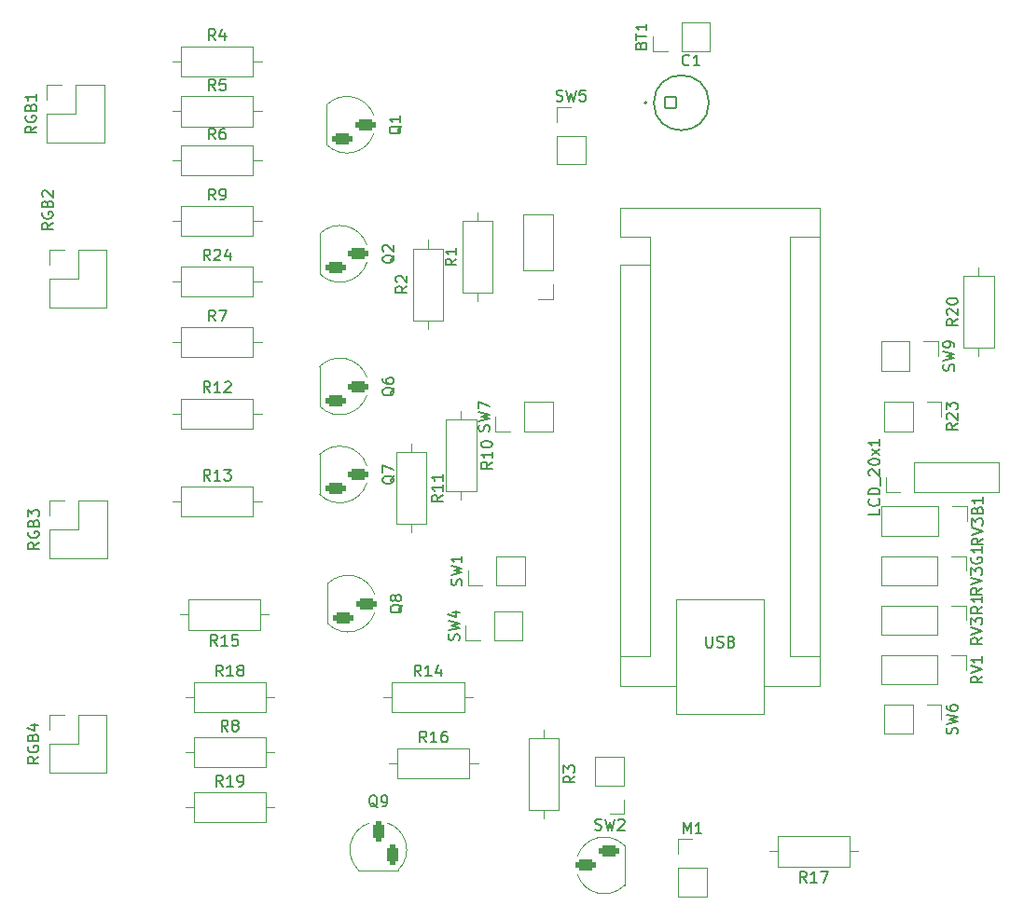
<source format=gbr>
%TF.GenerationSoftware,KiCad,Pcbnew,8.0.6*%
%TF.CreationDate,2024-11-23T21:17:38+01:00*%
%TF.ProjectId,smart home,736d6172-7420-4686-9f6d-652e6b696361,rev?*%
%TF.SameCoordinates,Original*%
%TF.FileFunction,Legend,Top*%
%TF.FilePolarity,Positive*%
%FSLAX46Y46*%
G04 Gerber Fmt 4.6, Leading zero omitted, Abs format (unit mm)*
G04 Created by KiCad (PCBNEW 8.0.6) date 2024-11-23 21:17:38*
%MOMM*%
%LPD*%
G01*
G04 APERTURE LIST*
G04 Aperture macros list*
%AMRoundRect*
0 Rectangle with rounded corners*
0 $1 Rounding radius*
0 $2 $3 $4 $5 $6 $7 $8 $9 X,Y pos of 4 corners*
0 Add a 4 corners polygon primitive as box body*
4,1,4,$2,$3,$4,$5,$6,$7,$8,$9,$2,$3,0*
0 Add four circle primitives for the rounded corners*
1,1,$1+$1,$2,$3*
1,1,$1+$1,$4,$5*
1,1,$1+$1,$6,$7*
1,1,$1+$1,$8,$9*
0 Add four rect primitives between the rounded corners*
20,1,$1+$1,$2,$3,$4,$5,0*
20,1,$1+$1,$4,$5,$6,$7,0*
20,1,$1+$1,$6,$7,$8,$9,0*
20,1,$1+$1,$8,$9,$2,$3,0*%
G04 Aperture macros list end*
%ADD10C,0.150000*%
%ADD11C,0.120000*%
%ADD12C,0.200000*%
%ADD13C,0.127000*%
%ADD14C,1.600000*%
%ADD15O,1.600000X1.600000*%
%ADD16R,1.700000X1.700000*%
%ADD17O,1.700000X1.700000*%
%ADD18R,1.800000X1.100000*%
%ADD19RoundRect,0.275000X0.625000X-0.275000X0.625000X0.275000X-0.625000X0.275000X-0.625000X-0.275000X0*%
%ADD20R,1.100000X1.800000*%
%ADD21RoundRect,0.275000X-0.275000X-0.625000X0.275000X-0.625000X0.275000X0.625000X-0.275000X0.625000X0*%
%ADD22C,2.200000*%
%ADD23RoundRect,0.275000X-0.625000X0.275000X-0.625000X-0.275000X0.625000X-0.275000X0.625000X0.275000X0*%
%ADD24R,1.600000X1.600000*%
%ADD25C,1.254000*%
%ADD26RoundRect,0.102000X-0.525000X-0.525000X0.525000X-0.525000X0.525000X0.525000X-0.525000X0.525000X0*%
G04 APERTURE END LIST*
D10*
X43193333Y-44314819D02*
X42860000Y-43838628D01*
X42621905Y-44314819D02*
X42621905Y-43314819D01*
X42621905Y-43314819D02*
X43002857Y-43314819D01*
X43002857Y-43314819D02*
X43098095Y-43362438D01*
X43098095Y-43362438D02*
X43145714Y-43410057D01*
X43145714Y-43410057D02*
X43193333Y-43505295D01*
X43193333Y-43505295D02*
X43193333Y-43648152D01*
X43193333Y-43648152D02*
X43145714Y-43743390D01*
X43145714Y-43743390D02*
X43098095Y-43791009D01*
X43098095Y-43791009D02*
X43002857Y-43838628D01*
X43002857Y-43838628D02*
X42621905Y-43838628D01*
X43669524Y-44314819D02*
X43860000Y-44314819D01*
X43860000Y-44314819D02*
X43955238Y-44267200D01*
X43955238Y-44267200D02*
X44002857Y-44219580D01*
X44002857Y-44219580D02*
X44098095Y-44076723D01*
X44098095Y-44076723D02*
X44145714Y-43886247D01*
X44145714Y-43886247D02*
X44145714Y-43505295D01*
X44145714Y-43505295D02*
X44098095Y-43410057D01*
X44098095Y-43410057D02*
X44050476Y-43362438D01*
X44050476Y-43362438D02*
X43955238Y-43314819D01*
X43955238Y-43314819D02*
X43764762Y-43314819D01*
X43764762Y-43314819D02*
X43669524Y-43362438D01*
X43669524Y-43362438D02*
X43621905Y-43410057D01*
X43621905Y-43410057D02*
X43574286Y-43505295D01*
X43574286Y-43505295D02*
X43574286Y-43743390D01*
X43574286Y-43743390D02*
X43621905Y-43838628D01*
X43621905Y-43838628D02*
X43669524Y-43886247D01*
X43669524Y-43886247D02*
X43764762Y-43933866D01*
X43764762Y-43933866D02*
X43955238Y-43933866D01*
X43955238Y-43933866D02*
X44050476Y-43886247D01*
X44050476Y-43886247D02*
X44098095Y-43838628D01*
X44098095Y-43838628D02*
X44145714Y-43743390D01*
X26934819Y-37646666D02*
X26458628Y-37979999D01*
X26934819Y-38218094D02*
X25934819Y-38218094D01*
X25934819Y-38218094D02*
X25934819Y-37837142D01*
X25934819Y-37837142D02*
X25982438Y-37741904D01*
X25982438Y-37741904D02*
X26030057Y-37694285D01*
X26030057Y-37694285D02*
X26125295Y-37646666D01*
X26125295Y-37646666D02*
X26268152Y-37646666D01*
X26268152Y-37646666D02*
X26363390Y-37694285D01*
X26363390Y-37694285D02*
X26411009Y-37741904D01*
X26411009Y-37741904D02*
X26458628Y-37837142D01*
X26458628Y-37837142D02*
X26458628Y-38218094D01*
X25982438Y-36694285D02*
X25934819Y-36789523D01*
X25934819Y-36789523D02*
X25934819Y-36932380D01*
X25934819Y-36932380D02*
X25982438Y-37075237D01*
X25982438Y-37075237D02*
X26077676Y-37170475D01*
X26077676Y-37170475D02*
X26172914Y-37218094D01*
X26172914Y-37218094D02*
X26363390Y-37265713D01*
X26363390Y-37265713D02*
X26506247Y-37265713D01*
X26506247Y-37265713D02*
X26696723Y-37218094D01*
X26696723Y-37218094D02*
X26791961Y-37170475D01*
X26791961Y-37170475D02*
X26887200Y-37075237D01*
X26887200Y-37075237D02*
X26934819Y-36932380D01*
X26934819Y-36932380D02*
X26934819Y-36837142D01*
X26934819Y-36837142D02*
X26887200Y-36694285D01*
X26887200Y-36694285D02*
X26839580Y-36646666D01*
X26839580Y-36646666D02*
X26506247Y-36646666D01*
X26506247Y-36646666D02*
X26506247Y-36837142D01*
X26411009Y-35884761D02*
X26458628Y-35741904D01*
X26458628Y-35741904D02*
X26506247Y-35694285D01*
X26506247Y-35694285D02*
X26601485Y-35646666D01*
X26601485Y-35646666D02*
X26744342Y-35646666D01*
X26744342Y-35646666D02*
X26839580Y-35694285D01*
X26839580Y-35694285D02*
X26887200Y-35741904D01*
X26887200Y-35741904D02*
X26934819Y-35837142D01*
X26934819Y-35837142D02*
X26934819Y-36218094D01*
X26934819Y-36218094D02*
X25934819Y-36218094D01*
X25934819Y-36218094D02*
X25934819Y-35884761D01*
X25934819Y-35884761D02*
X25982438Y-35789523D01*
X25982438Y-35789523D02*
X26030057Y-35741904D01*
X26030057Y-35741904D02*
X26125295Y-35694285D01*
X26125295Y-35694285D02*
X26220533Y-35694285D01*
X26220533Y-35694285D02*
X26315771Y-35741904D01*
X26315771Y-35741904D02*
X26363390Y-35789523D01*
X26363390Y-35789523D02*
X26411009Y-35884761D01*
X26411009Y-35884761D02*
X26411009Y-36218094D01*
X26934819Y-34694285D02*
X26934819Y-35265713D01*
X26934819Y-34979999D02*
X25934819Y-34979999D01*
X25934819Y-34979999D02*
X26077676Y-35075237D01*
X26077676Y-35075237D02*
X26172914Y-35170475D01*
X26172914Y-35170475D02*
X26220533Y-35265713D01*
X43193333Y-55314819D02*
X42860000Y-54838628D01*
X42621905Y-55314819D02*
X42621905Y-54314819D01*
X42621905Y-54314819D02*
X43002857Y-54314819D01*
X43002857Y-54314819D02*
X43098095Y-54362438D01*
X43098095Y-54362438D02*
X43145714Y-54410057D01*
X43145714Y-54410057D02*
X43193333Y-54505295D01*
X43193333Y-54505295D02*
X43193333Y-54648152D01*
X43193333Y-54648152D02*
X43145714Y-54743390D01*
X43145714Y-54743390D02*
X43098095Y-54791009D01*
X43098095Y-54791009D02*
X43002857Y-54838628D01*
X43002857Y-54838628D02*
X42621905Y-54838628D01*
X43526667Y-54314819D02*
X44193333Y-54314819D01*
X44193333Y-54314819D02*
X43764762Y-55314819D01*
X27144819Y-94896666D02*
X26668628Y-95229999D01*
X27144819Y-95468094D02*
X26144819Y-95468094D01*
X26144819Y-95468094D02*
X26144819Y-95087142D01*
X26144819Y-95087142D02*
X26192438Y-94991904D01*
X26192438Y-94991904D02*
X26240057Y-94944285D01*
X26240057Y-94944285D02*
X26335295Y-94896666D01*
X26335295Y-94896666D02*
X26478152Y-94896666D01*
X26478152Y-94896666D02*
X26573390Y-94944285D01*
X26573390Y-94944285D02*
X26621009Y-94991904D01*
X26621009Y-94991904D02*
X26668628Y-95087142D01*
X26668628Y-95087142D02*
X26668628Y-95468094D01*
X26192438Y-93944285D02*
X26144819Y-94039523D01*
X26144819Y-94039523D02*
X26144819Y-94182380D01*
X26144819Y-94182380D02*
X26192438Y-94325237D01*
X26192438Y-94325237D02*
X26287676Y-94420475D01*
X26287676Y-94420475D02*
X26382914Y-94468094D01*
X26382914Y-94468094D02*
X26573390Y-94515713D01*
X26573390Y-94515713D02*
X26716247Y-94515713D01*
X26716247Y-94515713D02*
X26906723Y-94468094D01*
X26906723Y-94468094D02*
X27001961Y-94420475D01*
X27001961Y-94420475D02*
X27097200Y-94325237D01*
X27097200Y-94325237D02*
X27144819Y-94182380D01*
X27144819Y-94182380D02*
X27144819Y-94087142D01*
X27144819Y-94087142D02*
X27097200Y-93944285D01*
X27097200Y-93944285D02*
X27049580Y-93896666D01*
X27049580Y-93896666D02*
X26716247Y-93896666D01*
X26716247Y-93896666D02*
X26716247Y-94087142D01*
X26621009Y-93134761D02*
X26668628Y-92991904D01*
X26668628Y-92991904D02*
X26716247Y-92944285D01*
X26716247Y-92944285D02*
X26811485Y-92896666D01*
X26811485Y-92896666D02*
X26954342Y-92896666D01*
X26954342Y-92896666D02*
X27049580Y-92944285D01*
X27049580Y-92944285D02*
X27097200Y-92991904D01*
X27097200Y-92991904D02*
X27144819Y-93087142D01*
X27144819Y-93087142D02*
X27144819Y-93468094D01*
X27144819Y-93468094D02*
X26144819Y-93468094D01*
X26144819Y-93468094D02*
X26144819Y-93134761D01*
X26144819Y-93134761D02*
X26192438Y-93039523D01*
X26192438Y-93039523D02*
X26240057Y-92991904D01*
X26240057Y-92991904D02*
X26335295Y-92944285D01*
X26335295Y-92944285D02*
X26430533Y-92944285D01*
X26430533Y-92944285D02*
X26525771Y-92991904D01*
X26525771Y-92991904D02*
X26573390Y-93039523D01*
X26573390Y-93039523D02*
X26621009Y-93134761D01*
X26621009Y-93134761D02*
X26621009Y-93468094D01*
X26478152Y-92039523D02*
X27144819Y-92039523D01*
X26097200Y-92277618D02*
X26811485Y-92515713D01*
X26811485Y-92515713D02*
X26811485Y-91896666D01*
X110512200Y-92833332D02*
X110559819Y-92690475D01*
X110559819Y-92690475D02*
X110559819Y-92452380D01*
X110559819Y-92452380D02*
X110512200Y-92357142D01*
X110512200Y-92357142D02*
X110464580Y-92309523D01*
X110464580Y-92309523D02*
X110369342Y-92261904D01*
X110369342Y-92261904D02*
X110274104Y-92261904D01*
X110274104Y-92261904D02*
X110178866Y-92309523D01*
X110178866Y-92309523D02*
X110131247Y-92357142D01*
X110131247Y-92357142D02*
X110083628Y-92452380D01*
X110083628Y-92452380D02*
X110036009Y-92642856D01*
X110036009Y-92642856D02*
X109988390Y-92738094D01*
X109988390Y-92738094D02*
X109940771Y-92785713D01*
X109940771Y-92785713D02*
X109845533Y-92833332D01*
X109845533Y-92833332D02*
X109750295Y-92833332D01*
X109750295Y-92833332D02*
X109655057Y-92785713D01*
X109655057Y-92785713D02*
X109607438Y-92738094D01*
X109607438Y-92738094D02*
X109559819Y-92642856D01*
X109559819Y-92642856D02*
X109559819Y-92404761D01*
X109559819Y-92404761D02*
X109607438Y-92261904D01*
X109559819Y-91928570D02*
X110559819Y-91690475D01*
X110559819Y-91690475D02*
X109845533Y-91499999D01*
X109845533Y-91499999D02*
X110559819Y-91309523D01*
X110559819Y-91309523D02*
X109559819Y-91071428D01*
X109559819Y-90261904D02*
X109559819Y-90452380D01*
X109559819Y-90452380D02*
X109607438Y-90547618D01*
X109607438Y-90547618D02*
X109655057Y-90595237D01*
X109655057Y-90595237D02*
X109797914Y-90690475D01*
X109797914Y-90690475D02*
X109988390Y-90738094D01*
X109988390Y-90738094D02*
X110369342Y-90738094D01*
X110369342Y-90738094D02*
X110464580Y-90690475D01*
X110464580Y-90690475D02*
X110512200Y-90642856D01*
X110512200Y-90642856D02*
X110559819Y-90547618D01*
X110559819Y-90547618D02*
X110559819Y-90357142D01*
X110559819Y-90357142D02*
X110512200Y-90261904D01*
X110512200Y-90261904D02*
X110464580Y-90214285D01*
X110464580Y-90214285D02*
X110369342Y-90166666D01*
X110369342Y-90166666D02*
X110131247Y-90166666D01*
X110131247Y-90166666D02*
X110036009Y-90214285D01*
X110036009Y-90214285D02*
X109988390Y-90261904D01*
X109988390Y-90261904D02*
X109940771Y-90357142D01*
X109940771Y-90357142D02*
X109940771Y-90547618D01*
X109940771Y-90547618D02*
X109988390Y-90642856D01*
X109988390Y-90642856D02*
X110036009Y-90690475D01*
X110036009Y-90690475D02*
X110131247Y-90738094D01*
X85690476Y-101849819D02*
X85690476Y-100849819D01*
X85690476Y-100849819D02*
X86023809Y-101564104D01*
X86023809Y-101564104D02*
X86357142Y-100849819D01*
X86357142Y-100849819D02*
X86357142Y-101849819D01*
X87357142Y-101849819D02*
X86785714Y-101849819D01*
X87071428Y-101849819D02*
X87071428Y-100849819D01*
X87071428Y-100849819D02*
X86976190Y-100992676D01*
X86976190Y-100992676D02*
X86880952Y-101087914D01*
X86880952Y-101087914D02*
X86785714Y-101135533D01*
X110584819Y-55142857D02*
X110108628Y-55476190D01*
X110584819Y-55714285D02*
X109584819Y-55714285D01*
X109584819Y-55714285D02*
X109584819Y-55333333D01*
X109584819Y-55333333D02*
X109632438Y-55238095D01*
X109632438Y-55238095D02*
X109680057Y-55190476D01*
X109680057Y-55190476D02*
X109775295Y-55142857D01*
X109775295Y-55142857D02*
X109918152Y-55142857D01*
X109918152Y-55142857D02*
X110013390Y-55190476D01*
X110013390Y-55190476D02*
X110061009Y-55238095D01*
X110061009Y-55238095D02*
X110108628Y-55333333D01*
X110108628Y-55333333D02*
X110108628Y-55714285D01*
X109680057Y-54761904D02*
X109632438Y-54714285D01*
X109632438Y-54714285D02*
X109584819Y-54619047D01*
X109584819Y-54619047D02*
X109584819Y-54380952D01*
X109584819Y-54380952D02*
X109632438Y-54285714D01*
X109632438Y-54285714D02*
X109680057Y-54238095D01*
X109680057Y-54238095D02*
X109775295Y-54190476D01*
X109775295Y-54190476D02*
X109870533Y-54190476D01*
X109870533Y-54190476D02*
X110013390Y-54238095D01*
X110013390Y-54238095D02*
X110584819Y-54809523D01*
X110584819Y-54809523D02*
X110584819Y-54190476D01*
X109584819Y-53571428D02*
X109584819Y-53476190D01*
X109584819Y-53476190D02*
X109632438Y-53380952D01*
X109632438Y-53380952D02*
X109680057Y-53333333D01*
X109680057Y-53333333D02*
X109775295Y-53285714D01*
X109775295Y-53285714D02*
X109965771Y-53238095D01*
X109965771Y-53238095D02*
X110203866Y-53238095D01*
X110203866Y-53238095D02*
X110394342Y-53285714D01*
X110394342Y-53285714D02*
X110489580Y-53333333D01*
X110489580Y-53333333D02*
X110537200Y-53380952D01*
X110537200Y-53380952D02*
X110584819Y-53476190D01*
X110584819Y-53476190D02*
X110584819Y-53571428D01*
X110584819Y-53571428D02*
X110537200Y-53666666D01*
X110537200Y-53666666D02*
X110489580Y-53714285D01*
X110489580Y-53714285D02*
X110394342Y-53761904D01*
X110394342Y-53761904D02*
X110203866Y-53809523D01*
X110203866Y-53809523D02*
X109965771Y-53809523D01*
X109965771Y-53809523D02*
X109775295Y-53761904D01*
X109775295Y-53761904D02*
X109680057Y-53714285D01*
X109680057Y-53714285D02*
X109632438Y-53666666D01*
X109632438Y-53666666D02*
X109584819Y-53571428D01*
X81826009Y-30285714D02*
X81873628Y-30142857D01*
X81873628Y-30142857D02*
X81921247Y-30095238D01*
X81921247Y-30095238D02*
X82016485Y-30047619D01*
X82016485Y-30047619D02*
X82159342Y-30047619D01*
X82159342Y-30047619D02*
X82254580Y-30095238D01*
X82254580Y-30095238D02*
X82302200Y-30142857D01*
X82302200Y-30142857D02*
X82349819Y-30238095D01*
X82349819Y-30238095D02*
X82349819Y-30619047D01*
X82349819Y-30619047D02*
X81349819Y-30619047D01*
X81349819Y-30619047D02*
X81349819Y-30285714D01*
X81349819Y-30285714D02*
X81397438Y-30190476D01*
X81397438Y-30190476D02*
X81445057Y-30142857D01*
X81445057Y-30142857D02*
X81540295Y-30095238D01*
X81540295Y-30095238D02*
X81635533Y-30095238D01*
X81635533Y-30095238D02*
X81730771Y-30142857D01*
X81730771Y-30142857D02*
X81778390Y-30190476D01*
X81778390Y-30190476D02*
X81826009Y-30285714D01*
X81826009Y-30285714D02*
X81826009Y-30619047D01*
X81349819Y-29761904D02*
X81349819Y-29190476D01*
X82349819Y-29476190D02*
X81349819Y-29476190D01*
X82349819Y-28333333D02*
X82349819Y-28904761D01*
X82349819Y-28619047D02*
X81349819Y-28619047D01*
X81349819Y-28619047D02*
X81492676Y-28714285D01*
X81492676Y-28714285D02*
X81587914Y-28809523D01*
X81587914Y-28809523D02*
X81635533Y-28904761D01*
X43193333Y-38814819D02*
X42860000Y-38338628D01*
X42621905Y-38814819D02*
X42621905Y-37814819D01*
X42621905Y-37814819D02*
X43002857Y-37814819D01*
X43002857Y-37814819D02*
X43098095Y-37862438D01*
X43098095Y-37862438D02*
X43145714Y-37910057D01*
X43145714Y-37910057D02*
X43193333Y-38005295D01*
X43193333Y-38005295D02*
X43193333Y-38148152D01*
X43193333Y-38148152D02*
X43145714Y-38243390D01*
X43145714Y-38243390D02*
X43098095Y-38291009D01*
X43098095Y-38291009D02*
X43002857Y-38338628D01*
X43002857Y-38338628D02*
X42621905Y-38338628D01*
X44050476Y-37814819D02*
X43860000Y-37814819D01*
X43860000Y-37814819D02*
X43764762Y-37862438D01*
X43764762Y-37862438D02*
X43717143Y-37910057D01*
X43717143Y-37910057D02*
X43621905Y-38052914D01*
X43621905Y-38052914D02*
X43574286Y-38243390D01*
X43574286Y-38243390D02*
X43574286Y-38624342D01*
X43574286Y-38624342D02*
X43621905Y-38719580D01*
X43621905Y-38719580D02*
X43669524Y-38767200D01*
X43669524Y-38767200D02*
X43764762Y-38814819D01*
X43764762Y-38814819D02*
X43955238Y-38814819D01*
X43955238Y-38814819D02*
X44050476Y-38767200D01*
X44050476Y-38767200D02*
X44098095Y-38719580D01*
X44098095Y-38719580D02*
X44145714Y-38624342D01*
X44145714Y-38624342D02*
X44145714Y-38386247D01*
X44145714Y-38386247D02*
X44098095Y-38291009D01*
X44098095Y-38291009D02*
X44050476Y-38243390D01*
X44050476Y-38243390D02*
X43955238Y-38195771D01*
X43955238Y-38195771D02*
X43764762Y-38195771D01*
X43764762Y-38195771D02*
X43669524Y-38243390D01*
X43669524Y-38243390D02*
X43621905Y-38291009D01*
X43621905Y-38291009D02*
X43574286Y-38386247D01*
X42717142Y-49814819D02*
X42383809Y-49338628D01*
X42145714Y-49814819D02*
X42145714Y-48814819D01*
X42145714Y-48814819D02*
X42526666Y-48814819D01*
X42526666Y-48814819D02*
X42621904Y-48862438D01*
X42621904Y-48862438D02*
X42669523Y-48910057D01*
X42669523Y-48910057D02*
X42717142Y-49005295D01*
X42717142Y-49005295D02*
X42717142Y-49148152D01*
X42717142Y-49148152D02*
X42669523Y-49243390D01*
X42669523Y-49243390D02*
X42621904Y-49291009D01*
X42621904Y-49291009D02*
X42526666Y-49338628D01*
X42526666Y-49338628D02*
X42145714Y-49338628D01*
X43098095Y-48910057D02*
X43145714Y-48862438D01*
X43145714Y-48862438D02*
X43240952Y-48814819D01*
X43240952Y-48814819D02*
X43479047Y-48814819D01*
X43479047Y-48814819D02*
X43574285Y-48862438D01*
X43574285Y-48862438D02*
X43621904Y-48910057D01*
X43621904Y-48910057D02*
X43669523Y-49005295D01*
X43669523Y-49005295D02*
X43669523Y-49100533D01*
X43669523Y-49100533D02*
X43621904Y-49243390D01*
X43621904Y-49243390D02*
X43050476Y-49814819D01*
X43050476Y-49814819D02*
X43669523Y-49814819D01*
X44526666Y-49148152D02*
X44526666Y-49814819D01*
X44288571Y-48767200D02*
X44050476Y-49481485D01*
X44050476Y-49481485D02*
X44669523Y-49481485D01*
X112864819Y-75071428D02*
X112388628Y-75404761D01*
X112864819Y-75642856D02*
X111864819Y-75642856D01*
X111864819Y-75642856D02*
X111864819Y-75261904D01*
X111864819Y-75261904D02*
X111912438Y-75166666D01*
X111912438Y-75166666D02*
X111960057Y-75119047D01*
X111960057Y-75119047D02*
X112055295Y-75071428D01*
X112055295Y-75071428D02*
X112198152Y-75071428D01*
X112198152Y-75071428D02*
X112293390Y-75119047D01*
X112293390Y-75119047D02*
X112341009Y-75166666D01*
X112341009Y-75166666D02*
X112388628Y-75261904D01*
X112388628Y-75261904D02*
X112388628Y-75642856D01*
X111864819Y-74785713D02*
X112864819Y-74452380D01*
X112864819Y-74452380D02*
X111864819Y-74119047D01*
X111864819Y-73880951D02*
X111864819Y-73261904D01*
X111864819Y-73261904D02*
X112245771Y-73595237D01*
X112245771Y-73595237D02*
X112245771Y-73452380D01*
X112245771Y-73452380D02*
X112293390Y-73357142D01*
X112293390Y-73357142D02*
X112341009Y-73309523D01*
X112341009Y-73309523D02*
X112436247Y-73261904D01*
X112436247Y-73261904D02*
X112674342Y-73261904D01*
X112674342Y-73261904D02*
X112769580Y-73309523D01*
X112769580Y-73309523D02*
X112817200Y-73357142D01*
X112817200Y-73357142D02*
X112864819Y-73452380D01*
X112864819Y-73452380D02*
X112864819Y-73738094D01*
X112864819Y-73738094D02*
X112817200Y-73833332D01*
X112817200Y-73833332D02*
X112769580Y-73880951D01*
X112341009Y-72499999D02*
X112388628Y-72357142D01*
X112388628Y-72357142D02*
X112436247Y-72309523D01*
X112436247Y-72309523D02*
X112531485Y-72261904D01*
X112531485Y-72261904D02*
X112674342Y-72261904D01*
X112674342Y-72261904D02*
X112769580Y-72309523D01*
X112769580Y-72309523D02*
X112817200Y-72357142D01*
X112817200Y-72357142D02*
X112864819Y-72452380D01*
X112864819Y-72452380D02*
X112864819Y-72833332D01*
X112864819Y-72833332D02*
X111864819Y-72833332D01*
X111864819Y-72833332D02*
X111864819Y-72499999D01*
X111864819Y-72499999D02*
X111912438Y-72404761D01*
X111912438Y-72404761D02*
X111960057Y-72357142D01*
X111960057Y-72357142D02*
X112055295Y-72309523D01*
X112055295Y-72309523D02*
X112150533Y-72309523D01*
X112150533Y-72309523D02*
X112245771Y-72357142D01*
X112245771Y-72357142D02*
X112293390Y-72404761D01*
X112293390Y-72404761D02*
X112341009Y-72499999D01*
X112341009Y-72499999D02*
X112341009Y-72833332D01*
X112864819Y-71309523D02*
X112864819Y-71880951D01*
X112864819Y-71595237D02*
X111864819Y-71595237D01*
X111864819Y-71595237D02*
X112007676Y-71690475D01*
X112007676Y-71690475D02*
X112102914Y-71785713D01*
X112102914Y-71785713D02*
X112150533Y-71880951D01*
X57904761Y-99510057D02*
X57809523Y-99462438D01*
X57809523Y-99462438D02*
X57714285Y-99367200D01*
X57714285Y-99367200D02*
X57571428Y-99224342D01*
X57571428Y-99224342D02*
X57476190Y-99176723D01*
X57476190Y-99176723D02*
X57380952Y-99176723D01*
X57428571Y-99414819D02*
X57333333Y-99367200D01*
X57333333Y-99367200D02*
X57238095Y-99271961D01*
X57238095Y-99271961D02*
X57190476Y-99081485D01*
X57190476Y-99081485D02*
X57190476Y-98748152D01*
X57190476Y-98748152D02*
X57238095Y-98557676D01*
X57238095Y-98557676D02*
X57333333Y-98462438D01*
X57333333Y-98462438D02*
X57428571Y-98414819D01*
X57428571Y-98414819D02*
X57619047Y-98414819D01*
X57619047Y-98414819D02*
X57714285Y-98462438D01*
X57714285Y-98462438D02*
X57809523Y-98557676D01*
X57809523Y-98557676D02*
X57857142Y-98748152D01*
X57857142Y-98748152D02*
X57857142Y-99081485D01*
X57857142Y-99081485D02*
X57809523Y-99271961D01*
X57809523Y-99271961D02*
X57714285Y-99367200D01*
X57714285Y-99367200D02*
X57619047Y-99414819D01*
X57619047Y-99414819D02*
X57428571Y-99414819D01*
X58333333Y-99414819D02*
X58523809Y-99414819D01*
X58523809Y-99414819D02*
X58619047Y-99367200D01*
X58619047Y-99367200D02*
X58666666Y-99319580D01*
X58666666Y-99319580D02*
X58761904Y-99176723D01*
X58761904Y-99176723D02*
X58809523Y-98986247D01*
X58809523Y-98986247D02*
X58809523Y-98605295D01*
X58809523Y-98605295D02*
X58761904Y-98510057D01*
X58761904Y-98510057D02*
X58714285Y-98462438D01*
X58714285Y-98462438D02*
X58619047Y-98414819D01*
X58619047Y-98414819D02*
X58428571Y-98414819D01*
X58428571Y-98414819D02*
X58333333Y-98462438D01*
X58333333Y-98462438D02*
X58285714Y-98510057D01*
X58285714Y-98510057D02*
X58238095Y-98605295D01*
X58238095Y-98605295D02*
X58238095Y-98843390D01*
X58238095Y-98843390D02*
X58285714Y-98938628D01*
X58285714Y-98938628D02*
X58333333Y-98986247D01*
X58333333Y-98986247D02*
X58428571Y-99033866D01*
X58428571Y-99033866D02*
X58619047Y-99033866D01*
X58619047Y-99033866D02*
X58714285Y-98986247D01*
X58714285Y-98986247D02*
X58761904Y-98938628D01*
X58761904Y-98938628D02*
X58809523Y-98843390D01*
X103504819Y-72404762D02*
X103504819Y-72880952D01*
X103504819Y-72880952D02*
X102504819Y-72880952D01*
X103409580Y-71500000D02*
X103457200Y-71547619D01*
X103457200Y-71547619D02*
X103504819Y-71690476D01*
X103504819Y-71690476D02*
X103504819Y-71785714D01*
X103504819Y-71785714D02*
X103457200Y-71928571D01*
X103457200Y-71928571D02*
X103361961Y-72023809D01*
X103361961Y-72023809D02*
X103266723Y-72071428D01*
X103266723Y-72071428D02*
X103076247Y-72119047D01*
X103076247Y-72119047D02*
X102933390Y-72119047D01*
X102933390Y-72119047D02*
X102742914Y-72071428D01*
X102742914Y-72071428D02*
X102647676Y-72023809D01*
X102647676Y-72023809D02*
X102552438Y-71928571D01*
X102552438Y-71928571D02*
X102504819Y-71785714D01*
X102504819Y-71785714D02*
X102504819Y-71690476D01*
X102504819Y-71690476D02*
X102552438Y-71547619D01*
X102552438Y-71547619D02*
X102600057Y-71500000D01*
X103504819Y-71071428D02*
X102504819Y-71071428D01*
X102504819Y-71071428D02*
X102504819Y-70833333D01*
X102504819Y-70833333D02*
X102552438Y-70690476D01*
X102552438Y-70690476D02*
X102647676Y-70595238D01*
X102647676Y-70595238D02*
X102742914Y-70547619D01*
X102742914Y-70547619D02*
X102933390Y-70500000D01*
X102933390Y-70500000D02*
X103076247Y-70500000D01*
X103076247Y-70500000D02*
X103266723Y-70547619D01*
X103266723Y-70547619D02*
X103361961Y-70595238D01*
X103361961Y-70595238D02*
X103457200Y-70690476D01*
X103457200Y-70690476D02*
X103504819Y-70833333D01*
X103504819Y-70833333D02*
X103504819Y-71071428D01*
X103600057Y-70309524D02*
X103600057Y-69547619D01*
X102600057Y-69357142D02*
X102552438Y-69309523D01*
X102552438Y-69309523D02*
X102504819Y-69214285D01*
X102504819Y-69214285D02*
X102504819Y-68976190D01*
X102504819Y-68976190D02*
X102552438Y-68880952D01*
X102552438Y-68880952D02*
X102600057Y-68833333D01*
X102600057Y-68833333D02*
X102695295Y-68785714D01*
X102695295Y-68785714D02*
X102790533Y-68785714D01*
X102790533Y-68785714D02*
X102933390Y-68833333D01*
X102933390Y-68833333D02*
X103504819Y-69404761D01*
X103504819Y-69404761D02*
X103504819Y-68785714D01*
X102504819Y-68166666D02*
X102504819Y-68071428D01*
X102504819Y-68071428D02*
X102552438Y-67976190D01*
X102552438Y-67976190D02*
X102600057Y-67928571D01*
X102600057Y-67928571D02*
X102695295Y-67880952D01*
X102695295Y-67880952D02*
X102885771Y-67833333D01*
X102885771Y-67833333D02*
X103123866Y-67833333D01*
X103123866Y-67833333D02*
X103314342Y-67880952D01*
X103314342Y-67880952D02*
X103409580Y-67928571D01*
X103409580Y-67928571D02*
X103457200Y-67976190D01*
X103457200Y-67976190D02*
X103504819Y-68071428D01*
X103504819Y-68071428D02*
X103504819Y-68166666D01*
X103504819Y-68166666D02*
X103457200Y-68261904D01*
X103457200Y-68261904D02*
X103409580Y-68309523D01*
X103409580Y-68309523D02*
X103314342Y-68357142D01*
X103314342Y-68357142D02*
X103123866Y-68404761D01*
X103123866Y-68404761D02*
X102885771Y-68404761D01*
X102885771Y-68404761D02*
X102695295Y-68357142D01*
X102695295Y-68357142D02*
X102600057Y-68309523D01*
X102600057Y-68309523D02*
X102552438Y-68261904D01*
X102552438Y-68261904D02*
X102504819Y-68166666D01*
X103504819Y-67499999D02*
X102838152Y-66976190D01*
X102838152Y-67499999D02*
X103504819Y-66976190D01*
X103504819Y-66071428D02*
X103504819Y-66642856D01*
X103504819Y-66357142D02*
X102504819Y-66357142D01*
X102504819Y-66357142D02*
X102647676Y-66452380D01*
X102647676Y-66452380D02*
X102742914Y-66547618D01*
X102742914Y-66547618D02*
X102790533Y-66642856D01*
X65302200Y-84333332D02*
X65349819Y-84190475D01*
X65349819Y-84190475D02*
X65349819Y-83952380D01*
X65349819Y-83952380D02*
X65302200Y-83857142D01*
X65302200Y-83857142D02*
X65254580Y-83809523D01*
X65254580Y-83809523D02*
X65159342Y-83761904D01*
X65159342Y-83761904D02*
X65064104Y-83761904D01*
X65064104Y-83761904D02*
X64968866Y-83809523D01*
X64968866Y-83809523D02*
X64921247Y-83857142D01*
X64921247Y-83857142D02*
X64873628Y-83952380D01*
X64873628Y-83952380D02*
X64826009Y-84142856D01*
X64826009Y-84142856D02*
X64778390Y-84238094D01*
X64778390Y-84238094D02*
X64730771Y-84285713D01*
X64730771Y-84285713D02*
X64635533Y-84333332D01*
X64635533Y-84333332D02*
X64540295Y-84333332D01*
X64540295Y-84333332D02*
X64445057Y-84285713D01*
X64445057Y-84285713D02*
X64397438Y-84238094D01*
X64397438Y-84238094D02*
X64349819Y-84142856D01*
X64349819Y-84142856D02*
X64349819Y-83904761D01*
X64349819Y-83904761D02*
X64397438Y-83761904D01*
X64349819Y-83428570D02*
X65349819Y-83190475D01*
X65349819Y-83190475D02*
X64635533Y-82999999D01*
X64635533Y-82999999D02*
X65349819Y-82809523D01*
X65349819Y-82809523D02*
X64349819Y-82571428D01*
X64683152Y-81761904D02*
X65349819Y-81761904D01*
X64302200Y-81999999D02*
X65016485Y-82238094D01*
X65016485Y-82238094D02*
X65016485Y-81619047D01*
X65537200Y-79333332D02*
X65584819Y-79190475D01*
X65584819Y-79190475D02*
X65584819Y-78952380D01*
X65584819Y-78952380D02*
X65537200Y-78857142D01*
X65537200Y-78857142D02*
X65489580Y-78809523D01*
X65489580Y-78809523D02*
X65394342Y-78761904D01*
X65394342Y-78761904D02*
X65299104Y-78761904D01*
X65299104Y-78761904D02*
X65203866Y-78809523D01*
X65203866Y-78809523D02*
X65156247Y-78857142D01*
X65156247Y-78857142D02*
X65108628Y-78952380D01*
X65108628Y-78952380D02*
X65061009Y-79142856D01*
X65061009Y-79142856D02*
X65013390Y-79238094D01*
X65013390Y-79238094D02*
X64965771Y-79285713D01*
X64965771Y-79285713D02*
X64870533Y-79333332D01*
X64870533Y-79333332D02*
X64775295Y-79333332D01*
X64775295Y-79333332D02*
X64680057Y-79285713D01*
X64680057Y-79285713D02*
X64632438Y-79238094D01*
X64632438Y-79238094D02*
X64584819Y-79142856D01*
X64584819Y-79142856D02*
X64584819Y-78904761D01*
X64584819Y-78904761D02*
X64632438Y-78761904D01*
X64584819Y-78428570D02*
X65584819Y-78190475D01*
X65584819Y-78190475D02*
X64870533Y-77999999D01*
X64870533Y-77999999D02*
X65584819Y-77809523D01*
X65584819Y-77809523D02*
X64584819Y-77571428D01*
X65584819Y-76666666D02*
X65584819Y-77238094D01*
X65584819Y-76952380D02*
X64584819Y-76952380D01*
X64584819Y-76952380D02*
X64727676Y-77047618D01*
X64727676Y-77047618D02*
X64822914Y-77142856D01*
X64822914Y-77142856D02*
X64870533Y-77238094D01*
X59450057Y-61365238D02*
X59402438Y-61460476D01*
X59402438Y-61460476D02*
X59307200Y-61555714D01*
X59307200Y-61555714D02*
X59164342Y-61698571D01*
X59164342Y-61698571D02*
X59116723Y-61793809D01*
X59116723Y-61793809D02*
X59116723Y-61889047D01*
X59354819Y-61841428D02*
X59307200Y-61936666D01*
X59307200Y-61936666D02*
X59211961Y-62031904D01*
X59211961Y-62031904D02*
X59021485Y-62079523D01*
X59021485Y-62079523D02*
X58688152Y-62079523D01*
X58688152Y-62079523D02*
X58497676Y-62031904D01*
X58497676Y-62031904D02*
X58402438Y-61936666D01*
X58402438Y-61936666D02*
X58354819Y-61841428D01*
X58354819Y-61841428D02*
X58354819Y-61650952D01*
X58354819Y-61650952D02*
X58402438Y-61555714D01*
X58402438Y-61555714D02*
X58497676Y-61460476D01*
X58497676Y-61460476D02*
X58688152Y-61412857D01*
X58688152Y-61412857D02*
X59021485Y-61412857D01*
X59021485Y-61412857D02*
X59211961Y-61460476D01*
X59211961Y-61460476D02*
X59307200Y-61555714D01*
X59307200Y-61555714D02*
X59354819Y-61650952D01*
X59354819Y-61650952D02*
X59354819Y-61841428D01*
X58354819Y-60555714D02*
X58354819Y-60746190D01*
X58354819Y-60746190D02*
X58402438Y-60841428D01*
X58402438Y-60841428D02*
X58450057Y-60889047D01*
X58450057Y-60889047D02*
X58592914Y-60984285D01*
X58592914Y-60984285D02*
X58783390Y-61031904D01*
X58783390Y-61031904D02*
X59164342Y-61031904D01*
X59164342Y-61031904D02*
X59259580Y-60984285D01*
X59259580Y-60984285D02*
X59307200Y-60936666D01*
X59307200Y-60936666D02*
X59354819Y-60841428D01*
X59354819Y-60841428D02*
X59354819Y-60650952D01*
X59354819Y-60650952D02*
X59307200Y-60555714D01*
X59307200Y-60555714D02*
X59259580Y-60508095D01*
X59259580Y-60508095D02*
X59164342Y-60460476D01*
X59164342Y-60460476D02*
X58926247Y-60460476D01*
X58926247Y-60460476D02*
X58831009Y-60508095D01*
X58831009Y-60508095D02*
X58783390Y-60555714D01*
X58783390Y-60555714D02*
X58735771Y-60650952D01*
X58735771Y-60650952D02*
X58735771Y-60841428D01*
X58735771Y-60841428D02*
X58783390Y-60936666D01*
X58783390Y-60936666D02*
X58831009Y-60984285D01*
X58831009Y-60984285D02*
X58926247Y-61031904D01*
X60584819Y-52166666D02*
X60108628Y-52499999D01*
X60584819Y-52738094D02*
X59584819Y-52738094D01*
X59584819Y-52738094D02*
X59584819Y-52357142D01*
X59584819Y-52357142D02*
X59632438Y-52261904D01*
X59632438Y-52261904D02*
X59680057Y-52214285D01*
X59680057Y-52214285D02*
X59775295Y-52166666D01*
X59775295Y-52166666D02*
X59918152Y-52166666D01*
X59918152Y-52166666D02*
X60013390Y-52214285D01*
X60013390Y-52214285D02*
X60061009Y-52261904D01*
X60061009Y-52261904D02*
X60108628Y-52357142D01*
X60108628Y-52357142D02*
X60108628Y-52738094D01*
X59680057Y-51785713D02*
X59632438Y-51738094D01*
X59632438Y-51738094D02*
X59584819Y-51642856D01*
X59584819Y-51642856D02*
X59584819Y-51404761D01*
X59584819Y-51404761D02*
X59632438Y-51309523D01*
X59632438Y-51309523D02*
X59680057Y-51261904D01*
X59680057Y-51261904D02*
X59775295Y-51214285D01*
X59775295Y-51214285D02*
X59870533Y-51214285D01*
X59870533Y-51214285D02*
X60013390Y-51261904D01*
X60013390Y-51261904D02*
X60584819Y-51833332D01*
X60584819Y-51833332D02*
X60584819Y-51214285D01*
X27184819Y-75436666D02*
X26708628Y-75769999D01*
X27184819Y-76008094D02*
X26184819Y-76008094D01*
X26184819Y-76008094D02*
X26184819Y-75627142D01*
X26184819Y-75627142D02*
X26232438Y-75531904D01*
X26232438Y-75531904D02*
X26280057Y-75484285D01*
X26280057Y-75484285D02*
X26375295Y-75436666D01*
X26375295Y-75436666D02*
X26518152Y-75436666D01*
X26518152Y-75436666D02*
X26613390Y-75484285D01*
X26613390Y-75484285D02*
X26661009Y-75531904D01*
X26661009Y-75531904D02*
X26708628Y-75627142D01*
X26708628Y-75627142D02*
X26708628Y-76008094D01*
X26232438Y-74484285D02*
X26184819Y-74579523D01*
X26184819Y-74579523D02*
X26184819Y-74722380D01*
X26184819Y-74722380D02*
X26232438Y-74865237D01*
X26232438Y-74865237D02*
X26327676Y-74960475D01*
X26327676Y-74960475D02*
X26422914Y-75008094D01*
X26422914Y-75008094D02*
X26613390Y-75055713D01*
X26613390Y-75055713D02*
X26756247Y-75055713D01*
X26756247Y-75055713D02*
X26946723Y-75008094D01*
X26946723Y-75008094D02*
X27041961Y-74960475D01*
X27041961Y-74960475D02*
X27137200Y-74865237D01*
X27137200Y-74865237D02*
X27184819Y-74722380D01*
X27184819Y-74722380D02*
X27184819Y-74627142D01*
X27184819Y-74627142D02*
X27137200Y-74484285D01*
X27137200Y-74484285D02*
X27089580Y-74436666D01*
X27089580Y-74436666D02*
X26756247Y-74436666D01*
X26756247Y-74436666D02*
X26756247Y-74627142D01*
X26661009Y-73674761D02*
X26708628Y-73531904D01*
X26708628Y-73531904D02*
X26756247Y-73484285D01*
X26756247Y-73484285D02*
X26851485Y-73436666D01*
X26851485Y-73436666D02*
X26994342Y-73436666D01*
X26994342Y-73436666D02*
X27089580Y-73484285D01*
X27089580Y-73484285D02*
X27137200Y-73531904D01*
X27137200Y-73531904D02*
X27184819Y-73627142D01*
X27184819Y-73627142D02*
X27184819Y-74008094D01*
X27184819Y-74008094D02*
X26184819Y-74008094D01*
X26184819Y-74008094D02*
X26184819Y-73674761D01*
X26184819Y-73674761D02*
X26232438Y-73579523D01*
X26232438Y-73579523D02*
X26280057Y-73531904D01*
X26280057Y-73531904D02*
X26375295Y-73484285D01*
X26375295Y-73484285D02*
X26470533Y-73484285D01*
X26470533Y-73484285D02*
X26565771Y-73531904D01*
X26565771Y-73531904D02*
X26613390Y-73579523D01*
X26613390Y-73579523D02*
X26661009Y-73674761D01*
X26661009Y-73674761D02*
X26661009Y-74008094D01*
X26184819Y-73103332D02*
X26184819Y-72484285D01*
X26184819Y-72484285D02*
X26565771Y-72817618D01*
X26565771Y-72817618D02*
X26565771Y-72674761D01*
X26565771Y-72674761D02*
X26613390Y-72579523D01*
X26613390Y-72579523D02*
X26661009Y-72531904D01*
X26661009Y-72531904D02*
X26756247Y-72484285D01*
X26756247Y-72484285D02*
X26994342Y-72484285D01*
X26994342Y-72484285D02*
X27089580Y-72531904D01*
X27089580Y-72531904D02*
X27137200Y-72579523D01*
X27137200Y-72579523D02*
X27184819Y-72674761D01*
X27184819Y-72674761D02*
X27184819Y-72960475D01*
X27184819Y-72960475D02*
X27137200Y-73055713D01*
X27137200Y-73055713D02*
X27089580Y-73103332D01*
X65084819Y-49666666D02*
X64608628Y-49999999D01*
X65084819Y-50238094D02*
X64084819Y-50238094D01*
X64084819Y-50238094D02*
X64084819Y-49857142D01*
X64084819Y-49857142D02*
X64132438Y-49761904D01*
X64132438Y-49761904D02*
X64180057Y-49714285D01*
X64180057Y-49714285D02*
X64275295Y-49666666D01*
X64275295Y-49666666D02*
X64418152Y-49666666D01*
X64418152Y-49666666D02*
X64513390Y-49714285D01*
X64513390Y-49714285D02*
X64561009Y-49761904D01*
X64561009Y-49761904D02*
X64608628Y-49857142D01*
X64608628Y-49857142D02*
X64608628Y-50238094D01*
X65084819Y-48714285D02*
X65084819Y-49285713D01*
X65084819Y-48999999D02*
X64084819Y-48999999D01*
X64084819Y-48999999D02*
X64227676Y-49095237D01*
X64227676Y-49095237D02*
X64322914Y-49190475D01*
X64322914Y-49190475D02*
X64370533Y-49285713D01*
X110559819Y-64642857D02*
X110083628Y-64976190D01*
X110559819Y-65214285D02*
X109559819Y-65214285D01*
X109559819Y-65214285D02*
X109559819Y-64833333D01*
X109559819Y-64833333D02*
X109607438Y-64738095D01*
X109607438Y-64738095D02*
X109655057Y-64690476D01*
X109655057Y-64690476D02*
X109750295Y-64642857D01*
X109750295Y-64642857D02*
X109893152Y-64642857D01*
X109893152Y-64642857D02*
X109988390Y-64690476D01*
X109988390Y-64690476D02*
X110036009Y-64738095D01*
X110036009Y-64738095D02*
X110083628Y-64833333D01*
X110083628Y-64833333D02*
X110083628Y-65214285D01*
X109655057Y-64261904D02*
X109607438Y-64214285D01*
X109607438Y-64214285D02*
X109559819Y-64119047D01*
X109559819Y-64119047D02*
X109559819Y-63880952D01*
X109559819Y-63880952D02*
X109607438Y-63785714D01*
X109607438Y-63785714D02*
X109655057Y-63738095D01*
X109655057Y-63738095D02*
X109750295Y-63690476D01*
X109750295Y-63690476D02*
X109845533Y-63690476D01*
X109845533Y-63690476D02*
X109988390Y-63738095D01*
X109988390Y-63738095D02*
X110559819Y-64309523D01*
X110559819Y-64309523D02*
X110559819Y-63690476D01*
X109559819Y-63357142D02*
X109559819Y-62738095D01*
X109559819Y-62738095D02*
X109940771Y-63071428D01*
X109940771Y-63071428D02*
X109940771Y-62928571D01*
X109940771Y-62928571D02*
X109988390Y-62833333D01*
X109988390Y-62833333D02*
X110036009Y-62785714D01*
X110036009Y-62785714D02*
X110131247Y-62738095D01*
X110131247Y-62738095D02*
X110369342Y-62738095D01*
X110369342Y-62738095D02*
X110464580Y-62785714D01*
X110464580Y-62785714D02*
X110512200Y-62833333D01*
X110512200Y-62833333D02*
X110559819Y-62928571D01*
X110559819Y-62928571D02*
X110559819Y-63214285D01*
X110559819Y-63214285D02*
X110512200Y-63309523D01*
X110512200Y-63309523D02*
X110464580Y-63357142D01*
X112824819Y-84071428D02*
X112348628Y-84404761D01*
X112824819Y-84642856D02*
X111824819Y-84642856D01*
X111824819Y-84642856D02*
X111824819Y-84261904D01*
X111824819Y-84261904D02*
X111872438Y-84166666D01*
X111872438Y-84166666D02*
X111920057Y-84119047D01*
X111920057Y-84119047D02*
X112015295Y-84071428D01*
X112015295Y-84071428D02*
X112158152Y-84071428D01*
X112158152Y-84071428D02*
X112253390Y-84119047D01*
X112253390Y-84119047D02*
X112301009Y-84166666D01*
X112301009Y-84166666D02*
X112348628Y-84261904D01*
X112348628Y-84261904D02*
X112348628Y-84642856D01*
X111824819Y-83785713D02*
X112824819Y-83452380D01*
X112824819Y-83452380D02*
X111824819Y-83119047D01*
X111824819Y-82880951D02*
X111824819Y-82261904D01*
X111824819Y-82261904D02*
X112205771Y-82595237D01*
X112205771Y-82595237D02*
X112205771Y-82452380D01*
X112205771Y-82452380D02*
X112253390Y-82357142D01*
X112253390Y-82357142D02*
X112301009Y-82309523D01*
X112301009Y-82309523D02*
X112396247Y-82261904D01*
X112396247Y-82261904D02*
X112634342Y-82261904D01*
X112634342Y-82261904D02*
X112729580Y-82309523D01*
X112729580Y-82309523D02*
X112777200Y-82357142D01*
X112777200Y-82357142D02*
X112824819Y-82452380D01*
X112824819Y-82452380D02*
X112824819Y-82738094D01*
X112824819Y-82738094D02*
X112777200Y-82833332D01*
X112777200Y-82833332D02*
X112729580Y-82880951D01*
X112824819Y-81261904D02*
X112348628Y-81595237D01*
X112824819Y-81833332D02*
X111824819Y-81833332D01*
X111824819Y-81833332D02*
X111824819Y-81452380D01*
X111824819Y-81452380D02*
X111872438Y-81357142D01*
X111872438Y-81357142D02*
X111920057Y-81309523D01*
X111920057Y-81309523D02*
X112015295Y-81261904D01*
X112015295Y-81261904D02*
X112158152Y-81261904D01*
X112158152Y-81261904D02*
X112253390Y-81309523D01*
X112253390Y-81309523D02*
X112301009Y-81357142D01*
X112301009Y-81357142D02*
X112348628Y-81452380D01*
X112348628Y-81452380D02*
X112348628Y-81833332D01*
X112824819Y-80309523D02*
X112824819Y-80880951D01*
X112824819Y-80595237D02*
X111824819Y-80595237D01*
X111824819Y-80595237D02*
X111967676Y-80690475D01*
X111967676Y-80690475D02*
X112062914Y-80785713D01*
X112062914Y-80785713D02*
X112110533Y-80880951D01*
X59450057Y-69365238D02*
X59402438Y-69460476D01*
X59402438Y-69460476D02*
X59307200Y-69555714D01*
X59307200Y-69555714D02*
X59164342Y-69698571D01*
X59164342Y-69698571D02*
X59116723Y-69793809D01*
X59116723Y-69793809D02*
X59116723Y-69889047D01*
X59354819Y-69841428D02*
X59307200Y-69936666D01*
X59307200Y-69936666D02*
X59211961Y-70031904D01*
X59211961Y-70031904D02*
X59021485Y-70079523D01*
X59021485Y-70079523D02*
X58688152Y-70079523D01*
X58688152Y-70079523D02*
X58497676Y-70031904D01*
X58497676Y-70031904D02*
X58402438Y-69936666D01*
X58402438Y-69936666D02*
X58354819Y-69841428D01*
X58354819Y-69841428D02*
X58354819Y-69650952D01*
X58354819Y-69650952D02*
X58402438Y-69555714D01*
X58402438Y-69555714D02*
X58497676Y-69460476D01*
X58497676Y-69460476D02*
X58688152Y-69412857D01*
X58688152Y-69412857D02*
X59021485Y-69412857D01*
X59021485Y-69412857D02*
X59211961Y-69460476D01*
X59211961Y-69460476D02*
X59307200Y-69555714D01*
X59307200Y-69555714D02*
X59354819Y-69650952D01*
X59354819Y-69650952D02*
X59354819Y-69841428D01*
X58354819Y-69079523D02*
X58354819Y-68412857D01*
X58354819Y-68412857D02*
X59354819Y-68841428D01*
X60090057Y-37595238D02*
X60042438Y-37690476D01*
X60042438Y-37690476D02*
X59947200Y-37785714D01*
X59947200Y-37785714D02*
X59804342Y-37928571D01*
X59804342Y-37928571D02*
X59756723Y-38023809D01*
X59756723Y-38023809D02*
X59756723Y-38119047D01*
X59994819Y-38071428D02*
X59947200Y-38166666D01*
X59947200Y-38166666D02*
X59851961Y-38261904D01*
X59851961Y-38261904D02*
X59661485Y-38309523D01*
X59661485Y-38309523D02*
X59328152Y-38309523D01*
X59328152Y-38309523D02*
X59137676Y-38261904D01*
X59137676Y-38261904D02*
X59042438Y-38166666D01*
X59042438Y-38166666D02*
X58994819Y-38071428D01*
X58994819Y-38071428D02*
X58994819Y-37880952D01*
X58994819Y-37880952D02*
X59042438Y-37785714D01*
X59042438Y-37785714D02*
X59137676Y-37690476D01*
X59137676Y-37690476D02*
X59328152Y-37642857D01*
X59328152Y-37642857D02*
X59661485Y-37642857D01*
X59661485Y-37642857D02*
X59851961Y-37690476D01*
X59851961Y-37690476D02*
X59947200Y-37785714D01*
X59947200Y-37785714D02*
X59994819Y-37880952D01*
X59994819Y-37880952D02*
X59994819Y-38071428D01*
X59994819Y-36690476D02*
X59994819Y-37261904D01*
X59994819Y-36976190D02*
X58994819Y-36976190D01*
X58994819Y-36976190D02*
X59137676Y-37071428D01*
X59137676Y-37071428D02*
X59232914Y-37166666D01*
X59232914Y-37166666D02*
X59280533Y-37261904D01*
X28454819Y-46416666D02*
X27978628Y-46749999D01*
X28454819Y-46988094D02*
X27454819Y-46988094D01*
X27454819Y-46988094D02*
X27454819Y-46607142D01*
X27454819Y-46607142D02*
X27502438Y-46511904D01*
X27502438Y-46511904D02*
X27550057Y-46464285D01*
X27550057Y-46464285D02*
X27645295Y-46416666D01*
X27645295Y-46416666D02*
X27788152Y-46416666D01*
X27788152Y-46416666D02*
X27883390Y-46464285D01*
X27883390Y-46464285D02*
X27931009Y-46511904D01*
X27931009Y-46511904D02*
X27978628Y-46607142D01*
X27978628Y-46607142D02*
X27978628Y-46988094D01*
X27502438Y-45464285D02*
X27454819Y-45559523D01*
X27454819Y-45559523D02*
X27454819Y-45702380D01*
X27454819Y-45702380D02*
X27502438Y-45845237D01*
X27502438Y-45845237D02*
X27597676Y-45940475D01*
X27597676Y-45940475D02*
X27692914Y-45988094D01*
X27692914Y-45988094D02*
X27883390Y-46035713D01*
X27883390Y-46035713D02*
X28026247Y-46035713D01*
X28026247Y-46035713D02*
X28216723Y-45988094D01*
X28216723Y-45988094D02*
X28311961Y-45940475D01*
X28311961Y-45940475D02*
X28407200Y-45845237D01*
X28407200Y-45845237D02*
X28454819Y-45702380D01*
X28454819Y-45702380D02*
X28454819Y-45607142D01*
X28454819Y-45607142D02*
X28407200Y-45464285D01*
X28407200Y-45464285D02*
X28359580Y-45416666D01*
X28359580Y-45416666D02*
X28026247Y-45416666D01*
X28026247Y-45416666D02*
X28026247Y-45607142D01*
X27931009Y-44654761D02*
X27978628Y-44511904D01*
X27978628Y-44511904D02*
X28026247Y-44464285D01*
X28026247Y-44464285D02*
X28121485Y-44416666D01*
X28121485Y-44416666D02*
X28264342Y-44416666D01*
X28264342Y-44416666D02*
X28359580Y-44464285D01*
X28359580Y-44464285D02*
X28407200Y-44511904D01*
X28407200Y-44511904D02*
X28454819Y-44607142D01*
X28454819Y-44607142D02*
X28454819Y-44988094D01*
X28454819Y-44988094D02*
X27454819Y-44988094D01*
X27454819Y-44988094D02*
X27454819Y-44654761D01*
X27454819Y-44654761D02*
X27502438Y-44559523D01*
X27502438Y-44559523D02*
X27550057Y-44511904D01*
X27550057Y-44511904D02*
X27645295Y-44464285D01*
X27645295Y-44464285D02*
X27740533Y-44464285D01*
X27740533Y-44464285D02*
X27835771Y-44511904D01*
X27835771Y-44511904D02*
X27883390Y-44559523D01*
X27883390Y-44559523D02*
X27931009Y-44654761D01*
X27931009Y-44654761D02*
X27931009Y-44988094D01*
X27550057Y-44035713D02*
X27502438Y-43988094D01*
X27502438Y-43988094D02*
X27454819Y-43892856D01*
X27454819Y-43892856D02*
X27454819Y-43654761D01*
X27454819Y-43654761D02*
X27502438Y-43559523D01*
X27502438Y-43559523D02*
X27550057Y-43511904D01*
X27550057Y-43511904D02*
X27645295Y-43464285D01*
X27645295Y-43464285D02*
X27740533Y-43464285D01*
X27740533Y-43464285D02*
X27883390Y-43511904D01*
X27883390Y-43511904D02*
X28454819Y-44083332D01*
X28454819Y-44083332D02*
X28454819Y-43464285D01*
X63824819Y-71142857D02*
X63348628Y-71476190D01*
X63824819Y-71714285D02*
X62824819Y-71714285D01*
X62824819Y-71714285D02*
X62824819Y-71333333D01*
X62824819Y-71333333D02*
X62872438Y-71238095D01*
X62872438Y-71238095D02*
X62920057Y-71190476D01*
X62920057Y-71190476D02*
X63015295Y-71142857D01*
X63015295Y-71142857D02*
X63158152Y-71142857D01*
X63158152Y-71142857D02*
X63253390Y-71190476D01*
X63253390Y-71190476D02*
X63301009Y-71238095D01*
X63301009Y-71238095D02*
X63348628Y-71333333D01*
X63348628Y-71333333D02*
X63348628Y-71714285D01*
X63824819Y-70190476D02*
X63824819Y-70761904D01*
X63824819Y-70476190D02*
X62824819Y-70476190D01*
X62824819Y-70476190D02*
X62967676Y-70571428D01*
X62967676Y-70571428D02*
X63062914Y-70666666D01*
X63062914Y-70666666D02*
X63110533Y-70761904D01*
X63824819Y-69238095D02*
X63824819Y-69809523D01*
X63824819Y-69523809D02*
X62824819Y-69523809D01*
X62824819Y-69523809D02*
X62967676Y-69619047D01*
X62967676Y-69619047D02*
X63062914Y-69714285D01*
X63062914Y-69714285D02*
X63110533Y-69809523D01*
X112809819Y-79571428D02*
X112333628Y-79904761D01*
X112809819Y-80142856D02*
X111809819Y-80142856D01*
X111809819Y-80142856D02*
X111809819Y-79761904D01*
X111809819Y-79761904D02*
X111857438Y-79666666D01*
X111857438Y-79666666D02*
X111905057Y-79619047D01*
X111905057Y-79619047D02*
X112000295Y-79571428D01*
X112000295Y-79571428D02*
X112143152Y-79571428D01*
X112143152Y-79571428D02*
X112238390Y-79619047D01*
X112238390Y-79619047D02*
X112286009Y-79666666D01*
X112286009Y-79666666D02*
X112333628Y-79761904D01*
X112333628Y-79761904D02*
X112333628Y-80142856D01*
X111809819Y-79285713D02*
X112809819Y-78952380D01*
X112809819Y-78952380D02*
X111809819Y-78619047D01*
X111809819Y-78380951D02*
X111809819Y-77761904D01*
X111809819Y-77761904D02*
X112190771Y-78095237D01*
X112190771Y-78095237D02*
X112190771Y-77952380D01*
X112190771Y-77952380D02*
X112238390Y-77857142D01*
X112238390Y-77857142D02*
X112286009Y-77809523D01*
X112286009Y-77809523D02*
X112381247Y-77761904D01*
X112381247Y-77761904D02*
X112619342Y-77761904D01*
X112619342Y-77761904D02*
X112714580Y-77809523D01*
X112714580Y-77809523D02*
X112762200Y-77857142D01*
X112762200Y-77857142D02*
X112809819Y-77952380D01*
X112809819Y-77952380D02*
X112809819Y-78238094D01*
X112809819Y-78238094D02*
X112762200Y-78333332D01*
X112762200Y-78333332D02*
X112714580Y-78380951D01*
X111857438Y-76809523D02*
X111809819Y-76904761D01*
X111809819Y-76904761D02*
X111809819Y-77047618D01*
X111809819Y-77047618D02*
X111857438Y-77190475D01*
X111857438Y-77190475D02*
X111952676Y-77285713D01*
X111952676Y-77285713D02*
X112047914Y-77333332D01*
X112047914Y-77333332D02*
X112238390Y-77380951D01*
X112238390Y-77380951D02*
X112381247Y-77380951D01*
X112381247Y-77380951D02*
X112571723Y-77333332D01*
X112571723Y-77333332D02*
X112666961Y-77285713D01*
X112666961Y-77285713D02*
X112762200Y-77190475D01*
X112762200Y-77190475D02*
X112809819Y-77047618D01*
X112809819Y-77047618D02*
X112809819Y-76952380D01*
X112809819Y-76952380D02*
X112762200Y-76809523D01*
X112762200Y-76809523D02*
X112714580Y-76761904D01*
X112714580Y-76761904D02*
X112381247Y-76761904D01*
X112381247Y-76761904D02*
X112381247Y-76952380D01*
X112809819Y-75809523D02*
X112809819Y-76380951D01*
X112809819Y-76095237D02*
X111809819Y-76095237D01*
X111809819Y-76095237D02*
X111952676Y-76190475D01*
X111952676Y-76190475D02*
X112047914Y-76285713D01*
X112047914Y-76285713D02*
X112095533Y-76380951D01*
X42717142Y-69814819D02*
X42383809Y-69338628D01*
X42145714Y-69814819D02*
X42145714Y-68814819D01*
X42145714Y-68814819D02*
X42526666Y-68814819D01*
X42526666Y-68814819D02*
X42621904Y-68862438D01*
X42621904Y-68862438D02*
X42669523Y-68910057D01*
X42669523Y-68910057D02*
X42717142Y-69005295D01*
X42717142Y-69005295D02*
X42717142Y-69148152D01*
X42717142Y-69148152D02*
X42669523Y-69243390D01*
X42669523Y-69243390D02*
X42621904Y-69291009D01*
X42621904Y-69291009D02*
X42526666Y-69338628D01*
X42526666Y-69338628D02*
X42145714Y-69338628D01*
X43669523Y-69814819D02*
X43098095Y-69814819D01*
X43383809Y-69814819D02*
X43383809Y-68814819D01*
X43383809Y-68814819D02*
X43288571Y-68957676D01*
X43288571Y-68957676D02*
X43193333Y-69052914D01*
X43193333Y-69052914D02*
X43098095Y-69100533D01*
X44002857Y-68814819D02*
X44621904Y-68814819D01*
X44621904Y-68814819D02*
X44288571Y-69195771D01*
X44288571Y-69195771D02*
X44431428Y-69195771D01*
X44431428Y-69195771D02*
X44526666Y-69243390D01*
X44526666Y-69243390D02*
X44574285Y-69291009D01*
X44574285Y-69291009D02*
X44621904Y-69386247D01*
X44621904Y-69386247D02*
X44621904Y-69624342D01*
X44621904Y-69624342D02*
X44574285Y-69719580D01*
X44574285Y-69719580D02*
X44526666Y-69767200D01*
X44526666Y-69767200D02*
X44431428Y-69814819D01*
X44431428Y-69814819D02*
X44145714Y-69814819D01*
X44145714Y-69814819D02*
X44050476Y-69767200D01*
X44050476Y-69767200D02*
X44002857Y-69719580D01*
X96857142Y-106324819D02*
X96523809Y-105848628D01*
X96285714Y-106324819D02*
X96285714Y-105324819D01*
X96285714Y-105324819D02*
X96666666Y-105324819D01*
X96666666Y-105324819D02*
X96761904Y-105372438D01*
X96761904Y-105372438D02*
X96809523Y-105420057D01*
X96809523Y-105420057D02*
X96857142Y-105515295D01*
X96857142Y-105515295D02*
X96857142Y-105658152D01*
X96857142Y-105658152D02*
X96809523Y-105753390D01*
X96809523Y-105753390D02*
X96761904Y-105801009D01*
X96761904Y-105801009D02*
X96666666Y-105848628D01*
X96666666Y-105848628D02*
X96285714Y-105848628D01*
X97809523Y-106324819D02*
X97238095Y-106324819D01*
X97523809Y-106324819D02*
X97523809Y-105324819D01*
X97523809Y-105324819D02*
X97428571Y-105467676D01*
X97428571Y-105467676D02*
X97333333Y-105562914D01*
X97333333Y-105562914D02*
X97238095Y-105610533D01*
X98142857Y-105324819D02*
X98809523Y-105324819D01*
X98809523Y-105324819D02*
X98380952Y-106324819D01*
X77666667Y-101512200D02*
X77809524Y-101559819D01*
X77809524Y-101559819D02*
X78047619Y-101559819D01*
X78047619Y-101559819D02*
X78142857Y-101512200D01*
X78142857Y-101512200D02*
X78190476Y-101464580D01*
X78190476Y-101464580D02*
X78238095Y-101369342D01*
X78238095Y-101369342D02*
X78238095Y-101274104D01*
X78238095Y-101274104D02*
X78190476Y-101178866D01*
X78190476Y-101178866D02*
X78142857Y-101131247D01*
X78142857Y-101131247D02*
X78047619Y-101083628D01*
X78047619Y-101083628D02*
X77857143Y-101036009D01*
X77857143Y-101036009D02*
X77761905Y-100988390D01*
X77761905Y-100988390D02*
X77714286Y-100940771D01*
X77714286Y-100940771D02*
X77666667Y-100845533D01*
X77666667Y-100845533D02*
X77666667Y-100750295D01*
X77666667Y-100750295D02*
X77714286Y-100655057D01*
X77714286Y-100655057D02*
X77761905Y-100607438D01*
X77761905Y-100607438D02*
X77857143Y-100559819D01*
X77857143Y-100559819D02*
X78095238Y-100559819D01*
X78095238Y-100559819D02*
X78238095Y-100607438D01*
X78571429Y-100559819D02*
X78809524Y-101559819D01*
X78809524Y-101559819D02*
X79000000Y-100845533D01*
X79000000Y-100845533D02*
X79190476Y-101559819D01*
X79190476Y-101559819D02*
X79428572Y-100559819D01*
X79761905Y-100655057D02*
X79809524Y-100607438D01*
X79809524Y-100607438D02*
X79904762Y-100559819D01*
X79904762Y-100559819D02*
X80142857Y-100559819D01*
X80142857Y-100559819D02*
X80238095Y-100607438D01*
X80238095Y-100607438D02*
X80285714Y-100655057D01*
X80285714Y-100655057D02*
X80333333Y-100750295D01*
X80333333Y-100750295D02*
X80333333Y-100845533D01*
X80333333Y-100845533D02*
X80285714Y-100988390D01*
X80285714Y-100988390D02*
X79714286Y-101559819D01*
X79714286Y-101559819D02*
X80333333Y-101559819D01*
X43357142Y-84824819D02*
X43023809Y-84348628D01*
X42785714Y-84824819D02*
X42785714Y-83824819D01*
X42785714Y-83824819D02*
X43166666Y-83824819D01*
X43166666Y-83824819D02*
X43261904Y-83872438D01*
X43261904Y-83872438D02*
X43309523Y-83920057D01*
X43309523Y-83920057D02*
X43357142Y-84015295D01*
X43357142Y-84015295D02*
X43357142Y-84158152D01*
X43357142Y-84158152D02*
X43309523Y-84253390D01*
X43309523Y-84253390D02*
X43261904Y-84301009D01*
X43261904Y-84301009D02*
X43166666Y-84348628D01*
X43166666Y-84348628D02*
X42785714Y-84348628D01*
X44309523Y-84824819D02*
X43738095Y-84824819D01*
X44023809Y-84824819D02*
X44023809Y-83824819D01*
X44023809Y-83824819D02*
X43928571Y-83967676D01*
X43928571Y-83967676D02*
X43833333Y-84062914D01*
X43833333Y-84062914D02*
X43738095Y-84110533D01*
X45214285Y-83824819D02*
X44738095Y-83824819D01*
X44738095Y-83824819D02*
X44690476Y-84301009D01*
X44690476Y-84301009D02*
X44738095Y-84253390D01*
X44738095Y-84253390D02*
X44833333Y-84205771D01*
X44833333Y-84205771D02*
X45071428Y-84205771D01*
X45071428Y-84205771D02*
X45166666Y-84253390D01*
X45166666Y-84253390D02*
X45214285Y-84301009D01*
X45214285Y-84301009D02*
X45261904Y-84396247D01*
X45261904Y-84396247D02*
X45261904Y-84634342D01*
X45261904Y-84634342D02*
X45214285Y-84729580D01*
X45214285Y-84729580D02*
X45166666Y-84777200D01*
X45166666Y-84777200D02*
X45071428Y-84824819D01*
X45071428Y-84824819D02*
X44833333Y-84824819D01*
X44833333Y-84824819D02*
X44738095Y-84777200D01*
X44738095Y-84777200D02*
X44690476Y-84729580D01*
X68324819Y-68142857D02*
X67848628Y-68476190D01*
X68324819Y-68714285D02*
X67324819Y-68714285D01*
X67324819Y-68714285D02*
X67324819Y-68333333D01*
X67324819Y-68333333D02*
X67372438Y-68238095D01*
X67372438Y-68238095D02*
X67420057Y-68190476D01*
X67420057Y-68190476D02*
X67515295Y-68142857D01*
X67515295Y-68142857D02*
X67658152Y-68142857D01*
X67658152Y-68142857D02*
X67753390Y-68190476D01*
X67753390Y-68190476D02*
X67801009Y-68238095D01*
X67801009Y-68238095D02*
X67848628Y-68333333D01*
X67848628Y-68333333D02*
X67848628Y-68714285D01*
X68324819Y-67190476D02*
X68324819Y-67761904D01*
X68324819Y-67476190D02*
X67324819Y-67476190D01*
X67324819Y-67476190D02*
X67467676Y-67571428D01*
X67467676Y-67571428D02*
X67562914Y-67666666D01*
X67562914Y-67666666D02*
X67610533Y-67761904D01*
X67324819Y-66571428D02*
X67324819Y-66476190D01*
X67324819Y-66476190D02*
X67372438Y-66380952D01*
X67372438Y-66380952D02*
X67420057Y-66333333D01*
X67420057Y-66333333D02*
X67515295Y-66285714D01*
X67515295Y-66285714D02*
X67705771Y-66238095D01*
X67705771Y-66238095D02*
X67943866Y-66238095D01*
X67943866Y-66238095D02*
X68134342Y-66285714D01*
X68134342Y-66285714D02*
X68229580Y-66333333D01*
X68229580Y-66333333D02*
X68277200Y-66380952D01*
X68277200Y-66380952D02*
X68324819Y-66476190D01*
X68324819Y-66476190D02*
X68324819Y-66571428D01*
X68324819Y-66571428D02*
X68277200Y-66666666D01*
X68277200Y-66666666D02*
X68229580Y-66714285D01*
X68229580Y-66714285D02*
X68134342Y-66761904D01*
X68134342Y-66761904D02*
X67943866Y-66809523D01*
X67943866Y-66809523D02*
X67705771Y-66809523D01*
X67705771Y-66809523D02*
X67515295Y-66761904D01*
X67515295Y-66761904D02*
X67420057Y-66714285D01*
X67420057Y-66714285D02*
X67372438Y-66666666D01*
X67372438Y-66666666D02*
X67324819Y-66571428D01*
X43857142Y-97584819D02*
X43523809Y-97108628D01*
X43285714Y-97584819D02*
X43285714Y-96584819D01*
X43285714Y-96584819D02*
X43666666Y-96584819D01*
X43666666Y-96584819D02*
X43761904Y-96632438D01*
X43761904Y-96632438D02*
X43809523Y-96680057D01*
X43809523Y-96680057D02*
X43857142Y-96775295D01*
X43857142Y-96775295D02*
X43857142Y-96918152D01*
X43857142Y-96918152D02*
X43809523Y-97013390D01*
X43809523Y-97013390D02*
X43761904Y-97061009D01*
X43761904Y-97061009D02*
X43666666Y-97108628D01*
X43666666Y-97108628D02*
X43285714Y-97108628D01*
X44809523Y-97584819D02*
X44238095Y-97584819D01*
X44523809Y-97584819D02*
X44523809Y-96584819D01*
X44523809Y-96584819D02*
X44428571Y-96727676D01*
X44428571Y-96727676D02*
X44333333Y-96822914D01*
X44333333Y-96822914D02*
X44238095Y-96870533D01*
X45285714Y-97584819D02*
X45476190Y-97584819D01*
X45476190Y-97584819D02*
X45571428Y-97537200D01*
X45571428Y-97537200D02*
X45619047Y-97489580D01*
X45619047Y-97489580D02*
X45714285Y-97346723D01*
X45714285Y-97346723D02*
X45761904Y-97156247D01*
X45761904Y-97156247D02*
X45761904Y-96775295D01*
X45761904Y-96775295D02*
X45714285Y-96680057D01*
X45714285Y-96680057D02*
X45666666Y-96632438D01*
X45666666Y-96632438D02*
X45571428Y-96584819D01*
X45571428Y-96584819D02*
X45380952Y-96584819D01*
X45380952Y-96584819D02*
X45285714Y-96632438D01*
X45285714Y-96632438D02*
X45238095Y-96680057D01*
X45238095Y-96680057D02*
X45190476Y-96775295D01*
X45190476Y-96775295D02*
X45190476Y-97013390D01*
X45190476Y-97013390D02*
X45238095Y-97108628D01*
X45238095Y-97108628D02*
X45285714Y-97156247D01*
X45285714Y-97156247D02*
X45380952Y-97203866D01*
X45380952Y-97203866D02*
X45571428Y-97203866D01*
X45571428Y-97203866D02*
X45666666Y-97156247D01*
X45666666Y-97156247D02*
X45714285Y-97108628D01*
X45714285Y-97108628D02*
X45761904Y-97013390D01*
X74166667Y-35302200D02*
X74309524Y-35349819D01*
X74309524Y-35349819D02*
X74547619Y-35349819D01*
X74547619Y-35349819D02*
X74642857Y-35302200D01*
X74642857Y-35302200D02*
X74690476Y-35254580D01*
X74690476Y-35254580D02*
X74738095Y-35159342D01*
X74738095Y-35159342D02*
X74738095Y-35064104D01*
X74738095Y-35064104D02*
X74690476Y-34968866D01*
X74690476Y-34968866D02*
X74642857Y-34921247D01*
X74642857Y-34921247D02*
X74547619Y-34873628D01*
X74547619Y-34873628D02*
X74357143Y-34826009D01*
X74357143Y-34826009D02*
X74261905Y-34778390D01*
X74261905Y-34778390D02*
X74214286Y-34730771D01*
X74214286Y-34730771D02*
X74166667Y-34635533D01*
X74166667Y-34635533D02*
X74166667Y-34540295D01*
X74166667Y-34540295D02*
X74214286Y-34445057D01*
X74214286Y-34445057D02*
X74261905Y-34397438D01*
X74261905Y-34397438D02*
X74357143Y-34349819D01*
X74357143Y-34349819D02*
X74595238Y-34349819D01*
X74595238Y-34349819D02*
X74738095Y-34397438D01*
X75071429Y-34349819D02*
X75309524Y-35349819D01*
X75309524Y-35349819D02*
X75500000Y-34635533D01*
X75500000Y-34635533D02*
X75690476Y-35349819D01*
X75690476Y-35349819D02*
X75928572Y-34349819D01*
X76785714Y-34349819D02*
X76309524Y-34349819D01*
X76309524Y-34349819D02*
X76261905Y-34826009D01*
X76261905Y-34826009D02*
X76309524Y-34778390D01*
X76309524Y-34778390D02*
X76404762Y-34730771D01*
X76404762Y-34730771D02*
X76642857Y-34730771D01*
X76642857Y-34730771D02*
X76738095Y-34778390D01*
X76738095Y-34778390D02*
X76785714Y-34826009D01*
X76785714Y-34826009D02*
X76833333Y-34921247D01*
X76833333Y-34921247D02*
X76833333Y-35159342D01*
X76833333Y-35159342D02*
X76785714Y-35254580D01*
X76785714Y-35254580D02*
X76738095Y-35302200D01*
X76738095Y-35302200D02*
X76642857Y-35349819D01*
X76642857Y-35349819D02*
X76404762Y-35349819D01*
X76404762Y-35349819D02*
X76309524Y-35302200D01*
X76309524Y-35302200D02*
X76261905Y-35254580D01*
X62357142Y-93584819D02*
X62023809Y-93108628D01*
X61785714Y-93584819D02*
X61785714Y-92584819D01*
X61785714Y-92584819D02*
X62166666Y-92584819D01*
X62166666Y-92584819D02*
X62261904Y-92632438D01*
X62261904Y-92632438D02*
X62309523Y-92680057D01*
X62309523Y-92680057D02*
X62357142Y-92775295D01*
X62357142Y-92775295D02*
X62357142Y-92918152D01*
X62357142Y-92918152D02*
X62309523Y-93013390D01*
X62309523Y-93013390D02*
X62261904Y-93061009D01*
X62261904Y-93061009D02*
X62166666Y-93108628D01*
X62166666Y-93108628D02*
X61785714Y-93108628D01*
X63309523Y-93584819D02*
X62738095Y-93584819D01*
X63023809Y-93584819D02*
X63023809Y-92584819D01*
X63023809Y-92584819D02*
X62928571Y-92727676D01*
X62928571Y-92727676D02*
X62833333Y-92822914D01*
X62833333Y-92822914D02*
X62738095Y-92870533D01*
X64166666Y-92584819D02*
X63976190Y-92584819D01*
X63976190Y-92584819D02*
X63880952Y-92632438D01*
X63880952Y-92632438D02*
X63833333Y-92680057D01*
X63833333Y-92680057D02*
X63738095Y-92822914D01*
X63738095Y-92822914D02*
X63690476Y-93013390D01*
X63690476Y-93013390D02*
X63690476Y-93394342D01*
X63690476Y-93394342D02*
X63738095Y-93489580D01*
X63738095Y-93489580D02*
X63785714Y-93537200D01*
X63785714Y-93537200D02*
X63880952Y-93584819D01*
X63880952Y-93584819D02*
X64071428Y-93584819D01*
X64071428Y-93584819D02*
X64166666Y-93537200D01*
X64166666Y-93537200D02*
X64214285Y-93489580D01*
X64214285Y-93489580D02*
X64261904Y-93394342D01*
X64261904Y-93394342D02*
X64261904Y-93156247D01*
X64261904Y-93156247D02*
X64214285Y-93061009D01*
X64214285Y-93061009D02*
X64166666Y-93013390D01*
X64166666Y-93013390D02*
X64071428Y-92965771D01*
X64071428Y-92965771D02*
X63880952Y-92965771D01*
X63880952Y-92965771D02*
X63785714Y-93013390D01*
X63785714Y-93013390D02*
X63738095Y-93061009D01*
X63738095Y-93061009D02*
X63690476Y-93156247D01*
X60180057Y-81095238D02*
X60132438Y-81190476D01*
X60132438Y-81190476D02*
X60037200Y-81285714D01*
X60037200Y-81285714D02*
X59894342Y-81428571D01*
X59894342Y-81428571D02*
X59846723Y-81523809D01*
X59846723Y-81523809D02*
X59846723Y-81619047D01*
X60084819Y-81571428D02*
X60037200Y-81666666D01*
X60037200Y-81666666D02*
X59941961Y-81761904D01*
X59941961Y-81761904D02*
X59751485Y-81809523D01*
X59751485Y-81809523D02*
X59418152Y-81809523D01*
X59418152Y-81809523D02*
X59227676Y-81761904D01*
X59227676Y-81761904D02*
X59132438Y-81666666D01*
X59132438Y-81666666D02*
X59084819Y-81571428D01*
X59084819Y-81571428D02*
X59084819Y-81380952D01*
X59084819Y-81380952D02*
X59132438Y-81285714D01*
X59132438Y-81285714D02*
X59227676Y-81190476D01*
X59227676Y-81190476D02*
X59418152Y-81142857D01*
X59418152Y-81142857D02*
X59751485Y-81142857D01*
X59751485Y-81142857D02*
X59941961Y-81190476D01*
X59941961Y-81190476D02*
X60037200Y-81285714D01*
X60037200Y-81285714D02*
X60084819Y-81380952D01*
X60084819Y-81380952D02*
X60084819Y-81571428D01*
X59513390Y-80571428D02*
X59465771Y-80666666D01*
X59465771Y-80666666D02*
X59418152Y-80714285D01*
X59418152Y-80714285D02*
X59322914Y-80761904D01*
X59322914Y-80761904D02*
X59275295Y-80761904D01*
X59275295Y-80761904D02*
X59180057Y-80714285D01*
X59180057Y-80714285D02*
X59132438Y-80666666D01*
X59132438Y-80666666D02*
X59084819Y-80571428D01*
X59084819Y-80571428D02*
X59084819Y-80380952D01*
X59084819Y-80380952D02*
X59132438Y-80285714D01*
X59132438Y-80285714D02*
X59180057Y-80238095D01*
X59180057Y-80238095D02*
X59275295Y-80190476D01*
X59275295Y-80190476D02*
X59322914Y-80190476D01*
X59322914Y-80190476D02*
X59418152Y-80238095D01*
X59418152Y-80238095D02*
X59465771Y-80285714D01*
X59465771Y-80285714D02*
X59513390Y-80380952D01*
X59513390Y-80380952D02*
X59513390Y-80571428D01*
X59513390Y-80571428D02*
X59561009Y-80666666D01*
X59561009Y-80666666D02*
X59608628Y-80714285D01*
X59608628Y-80714285D02*
X59703866Y-80761904D01*
X59703866Y-80761904D02*
X59894342Y-80761904D01*
X59894342Y-80761904D02*
X59989580Y-80714285D01*
X59989580Y-80714285D02*
X60037200Y-80666666D01*
X60037200Y-80666666D02*
X60084819Y-80571428D01*
X60084819Y-80571428D02*
X60084819Y-80380952D01*
X60084819Y-80380952D02*
X60037200Y-80285714D01*
X60037200Y-80285714D02*
X59989580Y-80238095D01*
X59989580Y-80238095D02*
X59894342Y-80190476D01*
X59894342Y-80190476D02*
X59703866Y-80190476D01*
X59703866Y-80190476D02*
X59608628Y-80238095D01*
X59608628Y-80238095D02*
X59561009Y-80285714D01*
X59561009Y-80285714D02*
X59513390Y-80380952D01*
X44333333Y-92584819D02*
X44000000Y-92108628D01*
X43761905Y-92584819D02*
X43761905Y-91584819D01*
X43761905Y-91584819D02*
X44142857Y-91584819D01*
X44142857Y-91584819D02*
X44238095Y-91632438D01*
X44238095Y-91632438D02*
X44285714Y-91680057D01*
X44285714Y-91680057D02*
X44333333Y-91775295D01*
X44333333Y-91775295D02*
X44333333Y-91918152D01*
X44333333Y-91918152D02*
X44285714Y-92013390D01*
X44285714Y-92013390D02*
X44238095Y-92061009D01*
X44238095Y-92061009D02*
X44142857Y-92108628D01*
X44142857Y-92108628D02*
X43761905Y-92108628D01*
X44904762Y-92013390D02*
X44809524Y-91965771D01*
X44809524Y-91965771D02*
X44761905Y-91918152D01*
X44761905Y-91918152D02*
X44714286Y-91822914D01*
X44714286Y-91822914D02*
X44714286Y-91775295D01*
X44714286Y-91775295D02*
X44761905Y-91680057D01*
X44761905Y-91680057D02*
X44809524Y-91632438D01*
X44809524Y-91632438D02*
X44904762Y-91584819D01*
X44904762Y-91584819D02*
X45095238Y-91584819D01*
X45095238Y-91584819D02*
X45190476Y-91632438D01*
X45190476Y-91632438D02*
X45238095Y-91680057D01*
X45238095Y-91680057D02*
X45285714Y-91775295D01*
X45285714Y-91775295D02*
X45285714Y-91822914D01*
X45285714Y-91822914D02*
X45238095Y-91918152D01*
X45238095Y-91918152D02*
X45190476Y-91965771D01*
X45190476Y-91965771D02*
X45095238Y-92013390D01*
X45095238Y-92013390D02*
X44904762Y-92013390D01*
X44904762Y-92013390D02*
X44809524Y-92061009D01*
X44809524Y-92061009D02*
X44761905Y-92108628D01*
X44761905Y-92108628D02*
X44714286Y-92203866D01*
X44714286Y-92203866D02*
X44714286Y-92394342D01*
X44714286Y-92394342D02*
X44761905Y-92489580D01*
X44761905Y-92489580D02*
X44809524Y-92537200D01*
X44809524Y-92537200D02*
X44904762Y-92584819D01*
X44904762Y-92584819D02*
X45095238Y-92584819D01*
X45095238Y-92584819D02*
X45190476Y-92537200D01*
X45190476Y-92537200D02*
X45238095Y-92489580D01*
X45238095Y-92489580D02*
X45285714Y-92394342D01*
X45285714Y-92394342D02*
X45285714Y-92203866D01*
X45285714Y-92203866D02*
X45238095Y-92108628D01*
X45238095Y-92108628D02*
X45190476Y-92061009D01*
X45190476Y-92061009D02*
X45095238Y-92013390D01*
X68037200Y-65333332D02*
X68084819Y-65190475D01*
X68084819Y-65190475D02*
X68084819Y-64952380D01*
X68084819Y-64952380D02*
X68037200Y-64857142D01*
X68037200Y-64857142D02*
X67989580Y-64809523D01*
X67989580Y-64809523D02*
X67894342Y-64761904D01*
X67894342Y-64761904D02*
X67799104Y-64761904D01*
X67799104Y-64761904D02*
X67703866Y-64809523D01*
X67703866Y-64809523D02*
X67656247Y-64857142D01*
X67656247Y-64857142D02*
X67608628Y-64952380D01*
X67608628Y-64952380D02*
X67561009Y-65142856D01*
X67561009Y-65142856D02*
X67513390Y-65238094D01*
X67513390Y-65238094D02*
X67465771Y-65285713D01*
X67465771Y-65285713D02*
X67370533Y-65333332D01*
X67370533Y-65333332D02*
X67275295Y-65333332D01*
X67275295Y-65333332D02*
X67180057Y-65285713D01*
X67180057Y-65285713D02*
X67132438Y-65238094D01*
X67132438Y-65238094D02*
X67084819Y-65142856D01*
X67084819Y-65142856D02*
X67084819Y-64904761D01*
X67084819Y-64904761D02*
X67132438Y-64761904D01*
X67084819Y-64428570D02*
X68084819Y-64190475D01*
X68084819Y-64190475D02*
X67370533Y-63999999D01*
X67370533Y-63999999D02*
X68084819Y-63809523D01*
X68084819Y-63809523D02*
X67084819Y-63571428D01*
X67084819Y-63285713D02*
X67084819Y-62619047D01*
X67084819Y-62619047D02*
X68084819Y-63047618D01*
X42717142Y-61814819D02*
X42383809Y-61338628D01*
X42145714Y-61814819D02*
X42145714Y-60814819D01*
X42145714Y-60814819D02*
X42526666Y-60814819D01*
X42526666Y-60814819D02*
X42621904Y-60862438D01*
X42621904Y-60862438D02*
X42669523Y-60910057D01*
X42669523Y-60910057D02*
X42717142Y-61005295D01*
X42717142Y-61005295D02*
X42717142Y-61148152D01*
X42717142Y-61148152D02*
X42669523Y-61243390D01*
X42669523Y-61243390D02*
X42621904Y-61291009D01*
X42621904Y-61291009D02*
X42526666Y-61338628D01*
X42526666Y-61338628D02*
X42145714Y-61338628D01*
X43669523Y-61814819D02*
X43098095Y-61814819D01*
X43383809Y-61814819D02*
X43383809Y-60814819D01*
X43383809Y-60814819D02*
X43288571Y-60957676D01*
X43288571Y-60957676D02*
X43193333Y-61052914D01*
X43193333Y-61052914D02*
X43098095Y-61100533D01*
X44050476Y-60910057D02*
X44098095Y-60862438D01*
X44098095Y-60862438D02*
X44193333Y-60814819D01*
X44193333Y-60814819D02*
X44431428Y-60814819D01*
X44431428Y-60814819D02*
X44526666Y-60862438D01*
X44526666Y-60862438D02*
X44574285Y-60910057D01*
X44574285Y-60910057D02*
X44621904Y-61005295D01*
X44621904Y-61005295D02*
X44621904Y-61100533D01*
X44621904Y-61100533D02*
X44574285Y-61243390D01*
X44574285Y-61243390D02*
X44002857Y-61814819D01*
X44002857Y-61814819D02*
X44621904Y-61814819D01*
X87748095Y-83964819D02*
X87748095Y-84774342D01*
X87748095Y-84774342D02*
X87795714Y-84869580D01*
X87795714Y-84869580D02*
X87843333Y-84917200D01*
X87843333Y-84917200D02*
X87938571Y-84964819D01*
X87938571Y-84964819D02*
X88129047Y-84964819D01*
X88129047Y-84964819D02*
X88224285Y-84917200D01*
X88224285Y-84917200D02*
X88271904Y-84869580D01*
X88271904Y-84869580D02*
X88319523Y-84774342D01*
X88319523Y-84774342D02*
X88319523Y-83964819D01*
X88748095Y-84917200D02*
X88890952Y-84964819D01*
X88890952Y-84964819D02*
X89129047Y-84964819D01*
X89129047Y-84964819D02*
X89224285Y-84917200D01*
X89224285Y-84917200D02*
X89271904Y-84869580D01*
X89271904Y-84869580D02*
X89319523Y-84774342D01*
X89319523Y-84774342D02*
X89319523Y-84679104D01*
X89319523Y-84679104D02*
X89271904Y-84583866D01*
X89271904Y-84583866D02*
X89224285Y-84536247D01*
X89224285Y-84536247D02*
X89129047Y-84488628D01*
X89129047Y-84488628D02*
X88938571Y-84441009D01*
X88938571Y-84441009D02*
X88843333Y-84393390D01*
X88843333Y-84393390D02*
X88795714Y-84345771D01*
X88795714Y-84345771D02*
X88748095Y-84250533D01*
X88748095Y-84250533D02*
X88748095Y-84155295D01*
X88748095Y-84155295D02*
X88795714Y-84060057D01*
X88795714Y-84060057D02*
X88843333Y-84012438D01*
X88843333Y-84012438D02*
X88938571Y-83964819D01*
X88938571Y-83964819D02*
X89176666Y-83964819D01*
X89176666Y-83964819D02*
X89319523Y-84012438D01*
X90081428Y-84441009D02*
X90224285Y-84488628D01*
X90224285Y-84488628D02*
X90271904Y-84536247D01*
X90271904Y-84536247D02*
X90319523Y-84631485D01*
X90319523Y-84631485D02*
X90319523Y-84774342D01*
X90319523Y-84774342D02*
X90271904Y-84869580D01*
X90271904Y-84869580D02*
X90224285Y-84917200D01*
X90224285Y-84917200D02*
X90129047Y-84964819D01*
X90129047Y-84964819D02*
X89748095Y-84964819D01*
X89748095Y-84964819D02*
X89748095Y-83964819D01*
X89748095Y-83964819D02*
X90081428Y-83964819D01*
X90081428Y-83964819D02*
X90176666Y-84012438D01*
X90176666Y-84012438D02*
X90224285Y-84060057D01*
X90224285Y-84060057D02*
X90271904Y-84155295D01*
X90271904Y-84155295D02*
X90271904Y-84250533D01*
X90271904Y-84250533D02*
X90224285Y-84345771D01*
X90224285Y-84345771D02*
X90176666Y-84393390D01*
X90176666Y-84393390D02*
X90081428Y-84441009D01*
X90081428Y-84441009D02*
X89748095Y-84441009D01*
X43857142Y-87584819D02*
X43523809Y-87108628D01*
X43285714Y-87584819D02*
X43285714Y-86584819D01*
X43285714Y-86584819D02*
X43666666Y-86584819D01*
X43666666Y-86584819D02*
X43761904Y-86632438D01*
X43761904Y-86632438D02*
X43809523Y-86680057D01*
X43809523Y-86680057D02*
X43857142Y-86775295D01*
X43857142Y-86775295D02*
X43857142Y-86918152D01*
X43857142Y-86918152D02*
X43809523Y-87013390D01*
X43809523Y-87013390D02*
X43761904Y-87061009D01*
X43761904Y-87061009D02*
X43666666Y-87108628D01*
X43666666Y-87108628D02*
X43285714Y-87108628D01*
X44809523Y-87584819D02*
X44238095Y-87584819D01*
X44523809Y-87584819D02*
X44523809Y-86584819D01*
X44523809Y-86584819D02*
X44428571Y-86727676D01*
X44428571Y-86727676D02*
X44333333Y-86822914D01*
X44333333Y-86822914D02*
X44238095Y-86870533D01*
X45380952Y-87013390D02*
X45285714Y-86965771D01*
X45285714Y-86965771D02*
X45238095Y-86918152D01*
X45238095Y-86918152D02*
X45190476Y-86822914D01*
X45190476Y-86822914D02*
X45190476Y-86775295D01*
X45190476Y-86775295D02*
X45238095Y-86680057D01*
X45238095Y-86680057D02*
X45285714Y-86632438D01*
X45285714Y-86632438D02*
X45380952Y-86584819D01*
X45380952Y-86584819D02*
X45571428Y-86584819D01*
X45571428Y-86584819D02*
X45666666Y-86632438D01*
X45666666Y-86632438D02*
X45714285Y-86680057D01*
X45714285Y-86680057D02*
X45761904Y-86775295D01*
X45761904Y-86775295D02*
X45761904Y-86822914D01*
X45761904Y-86822914D02*
X45714285Y-86918152D01*
X45714285Y-86918152D02*
X45666666Y-86965771D01*
X45666666Y-86965771D02*
X45571428Y-87013390D01*
X45571428Y-87013390D02*
X45380952Y-87013390D01*
X45380952Y-87013390D02*
X45285714Y-87061009D01*
X45285714Y-87061009D02*
X45238095Y-87108628D01*
X45238095Y-87108628D02*
X45190476Y-87203866D01*
X45190476Y-87203866D02*
X45190476Y-87394342D01*
X45190476Y-87394342D02*
X45238095Y-87489580D01*
X45238095Y-87489580D02*
X45285714Y-87537200D01*
X45285714Y-87537200D02*
X45380952Y-87584819D01*
X45380952Y-87584819D02*
X45571428Y-87584819D01*
X45571428Y-87584819D02*
X45666666Y-87537200D01*
X45666666Y-87537200D02*
X45714285Y-87489580D01*
X45714285Y-87489580D02*
X45761904Y-87394342D01*
X45761904Y-87394342D02*
X45761904Y-87203866D01*
X45761904Y-87203866D02*
X45714285Y-87108628D01*
X45714285Y-87108628D02*
X45666666Y-87061009D01*
X45666666Y-87061009D02*
X45571428Y-87013390D01*
X75824819Y-96666666D02*
X75348628Y-96999999D01*
X75824819Y-97238094D02*
X74824819Y-97238094D01*
X74824819Y-97238094D02*
X74824819Y-96857142D01*
X74824819Y-96857142D02*
X74872438Y-96761904D01*
X74872438Y-96761904D02*
X74920057Y-96714285D01*
X74920057Y-96714285D02*
X75015295Y-96666666D01*
X75015295Y-96666666D02*
X75158152Y-96666666D01*
X75158152Y-96666666D02*
X75253390Y-96714285D01*
X75253390Y-96714285D02*
X75301009Y-96761904D01*
X75301009Y-96761904D02*
X75348628Y-96857142D01*
X75348628Y-96857142D02*
X75348628Y-97238094D01*
X74824819Y-96333332D02*
X74824819Y-95714285D01*
X74824819Y-95714285D02*
X75205771Y-96047618D01*
X75205771Y-96047618D02*
X75205771Y-95904761D01*
X75205771Y-95904761D02*
X75253390Y-95809523D01*
X75253390Y-95809523D02*
X75301009Y-95761904D01*
X75301009Y-95761904D02*
X75396247Y-95714285D01*
X75396247Y-95714285D02*
X75634342Y-95714285D01*
X75634342Y-95714285D02*
X75729580Y-95761904D01*
X75729580Y-95761904D02*
X75777200Y-95809523D01*
X75777200Y-95809523D02*
X75824819Y-95904761D01*
X75824819Y-95904761D02*
X75824819Y-96190475D01*
X75824819Y-96190475D02*
X75777200Y-96285713D01*
X75777200Y-96285713D02*
X75729580Y-96333332D01*
X110237200Y-59833332D02*
X110284819Y-59690475D01*
X110284819Y-59690475D02*
X110284819Y-59452380D01*
X110284819Y-59452380D02*
X110237200Y-59357142D01*
X110237200Y-59357142D02*
X110189580Y-59309523D01*
X110189580Y-59309523D02*
X110094342Y-59261904D01*
X110094342Y-59261904D02*
X109999104Y-59261904D01*
X109999104Y-59261904D02*
X109903866Y-59309523D01*
X109903866Y-59309523D02*
X109856247Y-59357142D01*
X109856247Y-59357142D02*
X109808628Y-59452380D01*
X109808628Y-59452380D02*
X109761009Y-59642856D01*
X109761009Y-59642856D02*
X109713390Y-59738094D01*
X109713390Y-59738094D02*
X109665771Y-59785713D01*
X109665771Y-59785713D02*
X109570533Y-59833332D01*
X109570533Y-59833332D02*
X109475295Y-59833332D01*
X109475295Y-59833332D02*
X109380057Y-59785713D01*
X109380057Y-59785713D02*
X109332438Y-59738094D01*
X109332438Y-59738094D02*
X109284819Y-59642856D01*
X109284819Y-59642856D02*
X109284819Y-59404761D01*
X109284819Y-59404761D02*
X109332438Y-59261904D01*
X109284819Y-58928570D02*
X110284819Y-58690475D01*
X110284819Y-58690475D02*
X109570533Y-58499999D01*
X109570533Y-58499999D02*
X110284819Y-58309523D01*
X110284819Y-58309523D02*
X109284819Y-58071428D01*
X110284819Y-57642856D02*
X110284819Y-57452380D01*
X110284819Y-57452380D02*
X110237200Y-57357142D01*
X110237200Y-57357142D02*
X110189580Y-57309523D01*
X110189580Y-57309523D02*
X110046723Y-57214285D01*
X110046723Y-57214285D02*
X109856247Y-57166666D01*
X109856247Y-57166666D02*
X109475295Y-57166666D01*
X109475295Y-57166666D02*
X109380057Y-57214285D01*
X109380057Y-57214285D02*
X109332438Y-57261904D01*
X109332438Y-57261904D02*
X109284819Y-57357142D01*
X109284819Y-57357142D02*
X109284819Y-57547618D01*
X109284819Y-57547618D02*
X109332438Y-57642856D01*
X109332438Y-57642856D02*
X109380057Y-57690475D01*
X109380057Y-57690475D02*
X109475295Y-57738094D01*
X109475295Y-57738094D02*
X109713390Y-57738094D01*
X109713390Y-57738094D02*
X109808628Y-57690475D01*
X109808628Y-57690475D02*
X109856247Y-57642856D01*
X109856247Y-57642856D02*
X109903866Y-57547618D01*
X109903866Y-57547618D02*
X109903866Y-57357142D01*
X109903866Y-57357142D02*
X109856247Y-57261904D01*
X109856247Y-57261904D02*
X109808628Y-57214285D01*
X109808628Y-57214285D02*
X109713390Y-57166666D01*
X43193333Y-29814819D02*
X42860000Y-29338628D01*
X42621905Y-29814819D02*
X42621905Y-28814819D01*
X42621905Y-28814819D02*
X43002857Y-28814819D01*
X43002857Y-28814819D02*
X43098095Y-28862438D01*
X43098095Y-28862438D02*
X43145714Y-28910057D01*
X43145714Y-28910057D02*
X43193333Y-29005295D01*
X43193333Y-29005295D02*
X43193333Y-29148152D01*
X43193333Y-29148152D02*
X43145714Y-29243390D01*
X43145714Y-29243390D02*
X43098095Y-29291009D01*
X43098095Y-29291009D02*
X43002857Y-29338628D01*
X43002857Y-29338628D02*
X42621905Y-29338628D01*
X44050476Y-29148152D02*
X44050476Y-29814819D01*
X43812381Y-28767200D02*
X43574286Y-29481485D01*
X43574286Y-29481485D02*
X44193333Y-29481485D01*
X86216633Y-32024580D02*
X86169014Y-32072200D01*
X86169014Y-32072200D02*
X86026157Y-32119819D01*
X86026157Y-32119819D02*
X85930919Y-32119819D01*
X85930919Y-32119819D02*
X85788062Y-32072200D01*
X85788062Y-32072200D02*
X85692824Y-31976961D01*
X85692824Y-31976961D02*
X85645205Y-31881723D01*
X85645205Y-31881723D02*
X85597586Y-31691247D01*
X85597586Y-31691247D02*
X85597586Y-31548390D01*
X85597586Y-31548390D02*
X85645205Y-31357914D01*
X85645205Y-31357914D02*
X85692824Y-31262676D01*
X85692824Y-31262676D02*
X85788062Y-31167438D01*
X85788062Y-31167438D02*
X85930919Y-31119819D01*
X85930919Y-31119819D02*
X86026157Y-31119819D01*
X86026157Y-31119819D02*
X86169014Y-31167438D01*
X86169014Y-31167438D02*
X86216633Y-31215057D01*
X87169014Y-32119819D02*
X86597586Y-32119819D01*
X86883300Y-32119819D02*
X86883300Y-31119819D01*
X86883300Y-31119819D02*
X86788062Y-31262676D01*
X86788062Y-31262676D02*
X86692824Y-31357914D01*
X86692824Y-31357914D02*
X86597586Y-31405533D01*
X61857142Y-87584819D02*
X61523809Y-87108628D01*
X61285714Y-87584819D02*
X61285714Y-86584819D01*
X61285714Y-86584819D02*
X61666666Y-86584819D01*
X61666666Y-86584819D02*
X61761904Y-86632438D01*
X61761904Y-86632438D02*
X61809523Y-86680057D01*
X61809523Y-86680057D02*
X61857142Y-86775295D01*
X61857142Y-86775295D02*
X61857142Y-86918152D01*
X61857142Y-86918152D02*
X61809523Y-87013390D01*
X61809523Y-87013390D02*
X61761904Y-87061009D01*
X61761904Y-87061009D02*
X61666666Y-87108628D01*
X61666666Y-87108628D02*
X61285714Y-87108628D01*
X62809523Y-87584819D02*
X62238095Y-87584819D01*
X62523809Y-87584819D02*
X62523809Y-86584819D01*
X62523809Y-86584819D02*
X62428571Y-86727676D01*
X62428571Y-86727676D02*
X62333333Y-86822914D01*
X62333333Y-86822914D02*
X62238095Y-86870533D01*
X63666666Y-86918152D02*
X63666666Y-87584819D01*
X63428571Y-86537200D02*
X63190476Y-87251485D01*
X63190476Y-87251485D02*
X63809523Y-87251485D01*
X112824819Y-87595238D02*
X112348628Y-87928571D01*
X112824819Y-88166666D02*
X111824819Y-88166666D01*
X111824819Y-88166666D02*
X111824819Y-87785714D01*
X111824819Y-87785714D02*
X111872438Y-87690476D01*
X111872438Y-87690476D02*
X111920057Y-87642857D01*
X111920057Y-87642857D02*
X112015295Y-87595238D01*
X112015295Y-87595238D02*
X112158152Y-87595238D01*
X112158152Y-87595238D02*
X112253390Y-87642857D01*
X112253390Y-87642857D02*
X112301009Y-87690476D01*
X112301009Y-87690476D02*
X112348628Y-87785714D01*
X112348628Y-87785714D02*
X112348628Y-88166666D01*
X111824819Y-87309523D02*
X112824819Y-86976190D01*
X112824819Y-86976190D02*
X111824819Y-86642857D01*
X112824819Y-85785714D02*
X112824819Y-86357142D01*
X112824819Y-86071428D02*
X111824819Y-86071428D01*
X111824819Y-86071428D02*
X111967676Y-86166666D01*
X111967676Y-86166666D02*
X112062914Y-86261904D01*
X112062914Y-86261904D02*
X112110533Y-86357142D01*
X59450057Y-49325238D02*
X59402438Y-49420476D01*
X59402438Y-49420476D02*
X59307200Y-49515714D01*
X59307200Y-49515714D02*
X59164342Y-49658571D01*
X59164342Y-49658571D02*
X59116723Y-49753809D01*
X59116723Y-49753809D02*
X59116723Y-49849047D01*
X59354819Y-49801428D02*
X59307200Y-49896666D01*
X59307200Y-49896666D02*
X59211961Y-49991904D01*
X59211961Y-49991904D02*
X59021485Y-50039523D01*
X59021485Y-50039523D02*
X58688152Y-50039523D01*
X58688152Y-50039523D02*
X58497676Y-49991904D01*
X58497676Y-49991904D02*
X58402438Y-49896666D01*
X58402438Y-49896666D02*
X58354819Y-49801428D01*
X58354819Y-49801428D02*
X58354819Y-49610952D01*
X58354819Y-49610952D02*
X58402438Y-49515714D01*
X58402438Y-49515714D02*
X58497676Y-49420476D01*
X58497676Y-49420476D02*
X58688152Y-49372857D01*
X58688152Y-49372857D02*
X59021485Y-49372857D01*
X59021485Y-49372857D02*
X59211961Y-49420476D01*
X59211961Y-49420476D02*
X59307200Y-49515714D01*
X59307200Y-49515714D02*
X59354819Y-49610952D01*
X59354819Y-49610952D02*
X59354819Y-49801428D01*
X58450057Y-48991904D02*
X58402438Y-48944285D01*
X58402438Y-48944285D02*
X58354819Y-48849047D01*
X58354819Y-48849047D02*
X58354819Y-48610952D01*
X58354819Y-48610952D02*
X58402438Y-48515714D01*
X58402438Y-48515714D02*
X58450057Y-48468095D01*
X58450057Y-48468095D02*
X58545295Y-48420476D01*
X58545295Y-48420476D02*
X58640533Y-48420476D01*
X58640533Y-48420476D02*
X58783390Y-48468095D01*
X58783390Y-48468095D02*
X59354819Y-49039523D01*
X59354819Y-49039523D02*
X59354819Y-48420476D01*
X43193333Y-34364819D02*
X42860000Y-33888628D01*
X42621905Y-34364819D02*
X42621905Y-33364819D01*
X42621905Y-33364819D02*
X43002857Y-33364819D01*
X43002857Y-33364819D02*
X43098095Y-33412438D01*
X43098095Y-33412438D02*
X43145714Y-33460057D01*
X43145714Y-33460057D02*
X43193333Y-33555295D01*
X43193333Y-33555295D02*
X43193333Y-33698152D01*
X43193333Y-33698152D02*
X43145714Y-33793390D01*
X43145714Y-33793390D02*
X43098095Y-33841009D01*
X43098095Y-33841009D02*
X43002857Y-33888628D01*
X43002857Y-33888628D02*
X42621905Y-33888628D01*
X44098095Y-33364819D02*
X43621905Y-33364819D01*
X43621905Y-33364819D02*
X43574286Y-33841009D01*
X43574286Y-33841009D02*
X43621905Y-33793390D01*
X43621905Y-33793390D02*
X43717143Y-33745771D01*
X43717143Y-33745771D02*
X43955238Y-33745771D01*
X43955238Y-33745771D02*
X44050476Y-33793390D01*
X44050476Y-33793390D02*
X44098095Y-33841009D01*
X44098095Y-33841009D02*
X44145714Y-33936247D01*
X44145714Y-33936247D02*
X44145714Y-34174342D01*
X44145714Y-34174342D02*
X44098095Y-34269580D01*
X44098095Y-34269580D02*
X44050476Y-34317200D01*
X44050476Y-34317200D02*
X43955238Y-34364819D01*
X43955238Y-34364819D02*
X43717143Y-34364819D01*
X43717143Y-34364819D02*
X43621905Y-34317200D01*
X43621905Y-34317200D02*
X43574286Y-34269580D01*
D11*
%TO.C,R9*%
X39320000Y-46230000D02*
X40090000Y-46230000D01*
X40090000Y-44860000D02*
X40090000Y-47600000D01*
X40090000Y-47600000D02*
X46630000Y-47600000D01*
X46630000Y-44860000D02*
X40090000Y-44860000D01*
X46630000Y-47600000D02*
X46630000Y-44860000D01*
X47400000Y-46230000D02*
X46630000Y-46230000D01*
%TO.C,RGB1*%
X27920000Y-33880000D02*
X29250000Y-33880000D01*
X27920000Y-35210000D02*
X27920000Y-33880000D01*
X27920000Y-36480000D02*
X30520000Y-36480000D01*
X27920000Y-39080000D02*
X27920000Y-36480000D01*
X27920000Y-39080000D02*
X33120000Y-39080000D01*
X30520000Y-33880000D02*
X33120000Y-33880000D01*
X30520000Y-36480000D02*
X30520000Y-33880000D01*
X33120000Y-39080000D02*
X33120000Y-33880000D01*
%TO.C,R7*%
X39320000Y-57230000D02*
X40090000Y-57230000D01*
X40090000Y-55860000D02*
X40090000Y-58600000D01*
X40090000Y-58600000D02*
X46630000Y-58600000D01*
X46630000Y-55860000D02*
X40090000Y-55860000D01*
X46630000Y-58600000D02*
X46630000Y-55860000D01*
X47400000Y-57230000D02*
X46630000Y-57230000D01*
%TO.C,RGB4*%
X28130000Y-91130000D02*
X29460000Y-91130000D01*
X28130000Y-92460000D02*
X28130000Y-91130000D01*
X28130000Y-93730000D02*
X30730000Y-93730000D01*
X28130000Y-96330000D02*
X28130000Y-93730000D01*
X28130000Y-96330000D02*
X33330000Y-96330000D01*
X30730000Y-91130000D02*
X33330000Y-91130000D01*
X30730000Y-93730000D02*
X30730000Y-91130000D01*
X33330000Y-96330000D02*
X33330000Y-91130000D01*
%TO.C,Q3*%
X80350000Y-106570000D02*
X80350000Y-102970000D01*
X76050000Y-103990000D02*
G75*
G02*
X80327684Y-102961555I2450000J-780000D01*
G01*
X80341741Y-106581875D02*
G75*
G02*
X76050000Y-105590000I-1841741J1811875D01*
G01*
%TO.C,SW6*%
X103905000Y-90170000D02*
X103905000Y-92830000D01*
X106505000Y-90170000D02*
X103905000Y-90170000D01*
X106505000Y-90170000D02*
X106505000Y-92830000D01*
X106505000Y-92830000D02*
X103905000Y-92830000D01*
X107775000Y-90170000D02*
X109105000Y-90170000D01*
X109105000Y-90170000D02*
X109105000Y-91500000D01*
%TO.C,M1*%
X85170000Y-102395000D02*
X86500000Y-102395000D01*
X85170000Y-103725000D02*
X85170000Y-102395000D01*
X85170000Y-104995000D02*
X85170000Y-107595000D01*
X85170000Y-104995000D02*
X87830000Y-104995000D01*
X85170000Y-107595000D02*
X87830000Y-107595000D01*
X87830000Y-104995000D02*
X87830000Y-107595000D01*
%TO.C,R20*%
X111130000Y-51230000D02*
X111130000Y-57770000D01*
X111130000Y-57770000D02*
X113870000Y-57770000D01*
X112500000Y-50460000D02*
X112500000Y-51230000D01*
X112500000Y-58540000D02*
X112500000Y-57770000D01*
X113870000Y-51230000D02*
X111130000Y-51230000D01*
X113870000Y-57770000D02*
X113870000Y-51230000D01*
%TO.C,BT1*%
X82895000Y-30830000D02*
X82895000Y-29500000D01*
X84225000Y-30830000D02*
X82895000Y-30830000D01*
X85495000Y-28170000D02*
X88095000Y-28170000D01*
X85495000Y-30830000D02*
X85495000Y-28170000D01*
X85495000Y-30830000D02*
X88095000Y-30830000D01*
X88095000Y-30830000D02*
X88095000Y-28170000D01*
%TO.C,R6*%
X39320000Y-40730000D02*
X40090000Y-40730000D01*
X40090000Y-39360000D02*
X40090000Y-42100000D01*
X40090000Y-42100000D02*
X46630000Y-42100000D01*
X46630000Y-39360000D02*
X40090000Y-39360000D01*
X46630000Y-42100000D02*
X46630000Y-39360000D01*
X47400000Y-40730000D02*
X46630000Y-40730000D01*
%TO.C,R24*%
X39320000Y-51730000D02*
X40090000Y-51730000D01*
X40090000Y-50360000D02*
X40090000Y-53100000D01*
X40090000Y-53100000D02*
X46630000Y-53100000D01*
X46630000Y-50360000D02*
X40090000Y-50360000D01*
X46630000Y-53100000D02*
X46630000Y-50360000D01*
X47400000Y-51730000D02*
X46630000Y-51730000D01*
%TO.C,RV3B1*%
X103670000Y-72170000D02*
X103670000Y-74830000D01*
X108810000Y-72170000D02*
X103670000Y-72170000D01*
X108810000Y-72170000D02*
X108810000Y-74830000D01*
X108810000Y-74830000D02*
X103670000Y-74830000D01*
X110080000Y-72170000D02*
X111410000Y-72170000D01*
X111410000Y-72170000D02*
X111410000Y-73500000D01*
%TO.C,Q9*%
X56200000Y-105210000D02*
X59800000Y-105210000D01*
X56188125Y-105201741D02*
G75*
G02*
X57180000Y-100910000I1811875J1841741D01*
G01*
X58780000Y-100910000D02*
G75*
G02*
X59808445Y-105187684I-780000J-2450000D01*
G01*
%TO.C,LCD_20x1*%
X104050000Y-70830000D02*
X104050000Y-69500000D01*
X105380000Y-70830000D02*
X104050000Y-70830000D01*
X106650000Y-68170000D02*
X114330000Y-68170000D01*
X106650000Y-70830000D02*
X106650000Y-68170000D01*
X106650000Y-70830000D02*
X114330000Y-70830000D01*
X114330000Y-70830000D02*
X114330000Y-68170000D01*
%TO.C,SW4*%
X65895000Y-84330000D02*
X65895000Y-83000000D01*
X67225000Y-84330000D02*
X65895000Y-84330000D01*
X68495000Y-81670000D02*
X71095000Y-81670000D01*
X68495000Y-84330000D02*
X68495000Y-81670000D01*
X68495000Y-84330000D02*
X71095000Y-84330000D01*
X71095000Y-84330000D02*
X71095000Y-81670000D01*
%TO.C,SW1*%
X66130000Y-79330000D02*
X66130000Y-78000000D01*
X67460000Y-79330000D02*
X66130000Y-79330000D01*
X68730000Y-76670000D02*
X71330000Y-76670000D01*
X68730000Y-79330000D02*
X68730000Y-76670000D01*
X68730000Y-79330000D02*
X71330000Y-79330000D01*
X71330000Y-79330000D02*
X71330000Y-76670000D01*
%TO.C,Q6*%
X52650000Y-59470000D02*
X52650000Y-63070000D01*
X52658259Y-59458125D02*
G75*
G02*
X56950000Y-60450000I1841741J-1811875D01*
G01*
X56950000Y-62050000D02*
G75*
G02*
X52672316Y-63078445I-2450000J780000D01*
G01*
%TO.C,R2*%
X61130000Y-48730000D02*
X61130000Y-55270000D01*
X61130000Y-55270000D02*
X63870000Y-55270000D01*
X62500000Y-47960000D02*
X62500000Y-48730000D01*
X62500000Y-56040000D02*
X62500000Y-55270000D01*
X63870000Y-48730000D02*
X61130000Y-48730000D01*
X63870000Y-55270000D02*
X63870000Y-48730000D01*
%TO.C,RGB3*%
X28170000Y-71670000D02*
X29500000Y-71670000D01*
X28170000Y-73000000D02*
X28170000Y-71670000D01*
X28170000Y-74270000D02*
X30770000Y-74270000D01*
X28170000Y-76870000D02*
X28170000Y-74270000D01*
X28170000Y-76870000D02*
X33370000Y-76870000D01*
X30770000Y-71670000D02*
X33370000Y-71670000D01*
X30770000Y-74270000D02*
X30770000Y-71670000D01*
X33370000Y-76870000D02*
X33370000Y-71670000D01*
%TO.C,R1*%
X65630000Y-46230000D02*
X65630000Y-52770000D01*
X65630000Y-52770000D02*
X68370000Y-52770000D01*
X67000000Y-45460000D02*
X67000000Y-46230000D01*
X67000000Y-53540000D02*
X67000000Y-52770000D01*
X68370000Y-46230000D02*
X65630000Y-46230000D01*
X68370000Y-52770000D02*
X68370000Y-46230000D01*
%TO.C,R23*%
X103905000Y-62670000D02*
X103905000Y-65330000D01*
X106505000Y-62670000D02*
X103905000Y-62670000D01*
X106505000Y-62670000D02*
X106505000Y-65330000D01*
X106505000Y-65330000D02*
X103905000Y-65330000D01*
X107775000Y-62670000D02*
X109105000Y-62670000D01*
X109105000Y-62670000D02*
X109105000Y-64000000D01*
%TO.C,RV3R1*%
X103630000Y-81170000D02*
X103630000Y-83830000D01*
X108770000Y-81170000D02*
X103630000Y-81170000D01*
X108770000Y-81170000D02*
X108770000Y-83830000D01*
X108770000Y-83830000D02*
X103630000Y-83830000D01*
X110040000Y-81170000D02*
X111370000Y-81170000D01*
X111370000Y-81170000D02*
X111370000Y-82500000D01*
%TO.C,Q7*%
X52650000Y-67470000D02*
X52650000Y-71070000D01*
X52658259Y-67458125D02*
G75*
G02*
X56950000Y-68450000I1841741J-1811875D01*
G01*
X56950000Y-70050000D02*
G75*
G02*
X52672316Y-71078445I-2450000J780000D01*
G01*
%TO.C,Q1*%
X53290000Y-35700000D02*
X53290000Y-39300000D01*
X53298259Y-35688125D02*
G75*
G02*
X57590000Y-36680000I1841741J-1811875D01*
G01*
X57590000Y-38280000D02*
G75*
G02*
X53312316Y-39308445I-2450000J780000D01*
G01*
%TO.C,RGB2*%
X28130000Y-48880000D02*
X29460000Y-48880000D01*
X28130000Y-50210000D02*
X28130000Y-48880000D01*
X28130000Y-51480000D02*
X30730000Y-51480000D01*
X28130000Y-54080000D02*
X28130000Y-51480000D01*
X28130000Y-54080000D02*
X33330000Y-54080000D01*
X30730000Y-48880000D02*
X33330000Y-48880000D01*
X30730000Y-51480000D02*
X30730000Y-48880000D01*
X33330000Y-54080000D02*
X33330000Y-48880000D01*
%TO.C,R11*%
X59630000Y-67230000D02*
X59630000Y-73770000D01*
X59630000Y-73770000D02*
X62370000Y-73770000D01*
X61000000Y-66460000D02*
X61000000Y-67230000D01*
X61000000Y-74540000D02*
X61000000Y-73770000D01*
X62370000Y-67230000D02*
X59630000Y-67230000D01*
X62370000Y-73770000D02*
X62370000Y-67230000D01*
%TO.C,RV3G1*%
X103615000Y-76670000D02*
X103615000Y-79330000D01*
X108755000Y-76670000D02*
X103615000Y-76670000D01*
X108755000Y-76670000D02*
X108755000Y-79330000D01*
X108755000Y-79330000D02*
X103615000Y-79330000D01*
X110025000Y-76670000D02*
X111355000Y-76670000D01*
X111355000Y-76670000D02*
X111355000Y-78000000D01*
%TO.C,R13*%
X39320000Y-71730000D02*
X40090000Y-71730000D01*
X40090000Y-70360000D02*
X40090000Y-73100000D01*
X40090000Y-73100000D02*
X46630000Y-73100000D01*
X46630000Y-70360000D02*
X40090000Y-70360000D01*
X46630000Y-73100000D02*
X46630000Y-70360000D01*
X47400000Y-71730000D02*
X46630000Y-71730000D01*
%TO.C,R17*%
X93460000Y-103500000D02*
X94230000Y-103500000D01*
X94230000Y-102130000D02*
X94230000Y-104870000D01*
X94230000Y-104870000D02*
X100770000Y-104870000D01*
X100770000Y-102130000D02*
X94230000Y-102130000D01*
X100770000Y-104870000D02*
X100770000Y-102130000D01*
X101540000Y-103500000D02*
X100770000Y-103500000D01*
%TO.C,SW2*%
X77670000Y-97505000D02*
X77670000Y-94905000D01*
X80330000Y-94905000D02*
X77670000Y-94905000D01*
X80330000Y-97505000D02*
X77670000Y-97505000D01*
X80330000Y-97505000D02*
X80330000Y-94905000D01*
X80330000Y-98775000D02*
X80330000Y-100105000D01*
X80330000Y-100105000D02*
X79000000Y-100105000D01*
%TO.C,R15*%
X39960000Y-82000000D02*
X40730000Y-82000000D01*
X40730000Y-80630000D02*
X40730000Y-83370000D01*
X40730000Y-83370000D02*
X47270000Y-83370000D01*
X47270000Y-80630000D02*
X40730000Y-80630000D01*
X47270000Y-83370000D02*
X47270000Y-80630000D01*
X48040000Y-82000000D02*
X47270000Y-82000000D01*
%TO.C,R10*%
X64130000Y-64230000D02*
X64130000Y-70770000D01*
X64130000Y-70770000D02*
X66870000Y-70770000D01*
X65500000Y-63460000D02*
X65500000Y-64230000D01*
X65500000Y-71540000D02*
X65500000Y-70770000D01*
X66870000Y-64230000D02*
X64130000Y-64230000D01*
X66870000Y-70770000D02*
X66870000Y-64230000D01*
%TO.C,R19*%
X40460000Y-99500000D02*
X41230000Y-99500000D01*
X41230000Y-98130000D02*
X41230000Y-100870000D01*
X41230000Y-100870000D02*
X47770000Y-100870000D01*
X47770000Y-98130000D02*
X41230000Y-98130000D01*
X47770000Y-100870000D02*
X47770000Y-98130000D01*
X48540000Y-99500000D02*
X47770000Y-99500000D01*
%TO.C,HC\u2013SR505PIR1*%
X71170000Y-50755000D02*
X71170000Y-45615000D01*
X73830000Y-45615000D02*
X71170000Y-45615000D01*
X73830000Y-50755000D02*
X71170000Y-50755000D01*
X73830000Y-50755000D02*
X73830000Y-45615000D01*
X73830000Y-52025000D02*
X73830000Y-53355000D01*
X73830000Y-53355000D02*
X72500000Y-53355000D01*
%TO.C,SW5*%
X74170000Y-35895000D02*
X75500000Y-35895000D01*
X74170000Y-37225000D02*
X74170000Y-35895000D01*
X74170000Y-38495000D02*
X74170000Y-41095000D01*
X74170000Y-38495000D02*
X76830000Y-38495000D01*
X74170000Y-41095000D02*
X76830000Y-41095000D01*
X76830000Y-38495000D02*
X76830000Y-41095000D01*
%TO.C,R16*%
X58960000Y-95500000D02*
X59730000Y-95500000D01*
X59730000Y-94130000D02*
X59730000Y-96870000D01*
X59730000Y-96870000D02*
X66270000Y-96870000D01*
X66270000Y-94130000D02*
X59730000Y-94130000D01*
X66270000Y-96870000D02*
X66270000Y-94130000D01*
X67040000Y-95500000D02*
X66270000Y-95500000D01*
%TO.C,Q8*%
X53380000Y-79200000D02*
X53380000Y-82800000D01*
X53388259Y-79188125D02*
G75*
G02*
X57680000Y-80180000I1841741J-1811875D01*
G01*
X57680000Y-81780000D02*
G75*
G02*
X53402316Y-82808445I-2450000J780000D01*
G01*
%TO.C,R8*%
X40460000Y-94500000D02*
X41230000Y-94500000D01*
X41230000Y-93130000D02*
X41230000Y-95870000D01*
X41230000Y-95870000D02*
X47770000Y-95870000D01*
X47770000Y-93130000D02*
X41230000Y-93130000D01*
X47770000Y-95870000D02*
X47770000Y-93130000D01*
X48540000Y-94500000D02*
X47770000Y-94500000D01*
%TO.C,SW7*%
X68630000Y-65330000D02*
X68630000Y-64000000D01*
X69960000Y-65330000D02*
X68630000Y-65330000D01*
X71230000Y-62670000D02*
X73830000Y-62670000D01*
X71230000Y-65330000D02*
X71230000Y-62670000D01*
X71230000Y-65330000D02*
X73830000Y-65330000D01*
X73830000Y-65330000D02*
X73830000Y-62670000D01*
%TO.C,R12*%
X39320000Y-63730000D02*
X40090000Y-63730000D01*
X40090000Y-62360000D02*
X40090000Y-65100000D01*
X40090000Y-65100000D02*
X46630000Y-65100000D01*
X46630000Y-62360000D02*
X40090000Y-62360000D01*
X46630000Y-65100000D02*
X46630000Y-62360000D01*
X47400000Y-63730000D02*
X46630000Y-63730000D01*
%TO.C,A1*%
X79990000Y-45010000D02*
X79990000Y-47680000D01*
X79990000Y-50220000D02*
X79990000Y-88450000D01*
X79990000Y-88450000D02*
X85070000Y-88450000D01*
X82660000Y-47680000D02*
X79990000Y-47680000D01*
X82660000Y-50220000D02*
X79990000Y-50220000D01*
X82660000Y-50220000D02*
X82660000Y-47680000D01*
X82660000Y-50220000D02*
X82660000Y-85780000D01*
X82660000Y-85780000D02*
X79990000Y-85780000D01*
X85070000Y-80570000D02*
X92950000Y-80570000D01*
X85070000Y-90990000D02*
X85070000Y-80570000D01*
X92950000Y-80570000D02*
X92950000Y-90990000D01*
X92950000Y-90990000D02*
X85070000Y-90990000D01*
X95360000Y-47680000D02*
X95360000Y-85780000D01*
X95360000Y-47680000D02*
X98030000Y-47680000D01*
X95360000Y-85780000D02*
X98030000Y-85780000D01*
X98030000Y-45010000D02*
X79990000Y-45010000D01*
X98030000Y-88450000D02*
X92950000Y-88450000D01*
X98030000Y-88450000D02*
X98030000Y-45010000D01*
%TO.C,R18*%
X40460000Y-89500000D02*
X41230000Y-89500000D01*
X41230000Y-88130000D02*
X41230000Y-90870000D01*
X41230000Y-90870000D02*
X47770000Y-90870000D01*
X47770000Y-88130000D02*
X41230000Y-88130000D01*
X47770000Y-90870000D02*
X47770000Y-88130000D01*
X48540000Y-89500000D02*
X47770000Y-89500000D01*
%TO.C,R3*%
X71630000Y-93230000D02*
X71630000Y-99770000D01*
X71630000Y-99770000D02*
X74370000Y-99770000D01*
X73000000Y-92460000D02*
X73000000Y-93230000D01*
X73000000Y-100540000D02*
X73000000Y-99770000D01*
X74370000Y-93230000D02*
X71630000Y-93230000D01*
X74370000Y-99770000D02*
X74370000Y-93230000D01*
%TO.C,SW9*%
X103630000Y-57170000D02*
X103630000Y-59830000D01*
X106230000Y-57170000D02*
X103630000Y-57170000D01*
X106230000Y-57170000D02*
X106230000Y-59830000D01*
X106230000Y-59830000D02*
X103630000Y-59830000D01*
X107500000Y-57170000D02*
X108830000Y-57170000D01*
X108830000Y-57170000D02*
X108830000Y-58500000D01*
%TO.C,R4*%
X39320000Y-31730000D02*
X40090000Y-31730000D01*
X40090000Y-30360000D02*
X40090000Y-33100000D01*
X40090000Y-33100000D02*
X46630000Y-33100000D01*
X46630000Y-30360000D02*
X40090000Y-30360000D01*
X46630000Y-33100000D02*
X46630000Y-30360000D01*
X47400000Y-31730000D02*
X46630000Y-31730000D01*
D12*
%TO.C,C1*%
X82350000Y-35500000D02*
G75*
G02*
X82150000Y-35500000I-100000J0D01*
G01*
X82150000Y-35500000D02*
G75*
G02*
X82350000Y-35500000I100000J0D01*
G01*
D13*
X88000000Y-35500000D02*
G75*
G02*
X83000000Y-35500000I-2500000J0D01*
G01*
X83000000Y-35500000D02*
G75*
G02*
X88000000Y-35500000I2500000J0D01*
G01*
D11*
%TO.C,R14*%
X58460000Y-89500000D02*
X59230000Y-89500000D01*
X59230000Y-88130000D02*
X59230000Y-90870000D01*
X59230000Y-90870000D02*
X65770000Y-90870000D01*
X65770000Y-88130000D02*
X59230000Y-88130000D01*
X65770000Y-90870000D02*
X65770000Y-88130000D01*
X66540000Y-89500000D02*
X65770000Y-89500000D01*
%TO.C,RV1*%
X103630000Y-85670000D02*
X103630000Y-88330000D01*
X108770000Y-85670000D02*
X103630000Y-85670000D01*
X108770000Y-85670000D02*
X108770000Y-88330000D01*
X108770000Y-88330000D02*
X103630000Y-88330000D01*
X110040000Y-85670000D02*
X111370000Y-85670000D01*
X111370000Y-85670000D02*
X111370000Y-87000000D01*
%TO.C,Q2*%
X52650000Y-47430000D02*
X52650000Y-51030000D01*
X52658259Y-47418125D02*
G75*
G02*
X56950000Y-48410000I1841741J-1811875D01*
G01*
X56950000Y-50010000D02*
G75*
G02*
X52672316Y-51038445I-2450000J780000D01*
G01*
%TO.C,R5*%
X39320000Y-36280000D02*
X40090000Y-36280000D01*
X40090000Y-34910000D02*
X40090000Y-37650000D01*
X40090000Y-37650000D02*
X46630000Y-37650000D01*
X46630000Y-34910000D02*
X40090000Y-34910000D01*
X46630000Y-37650000D02*
X46630000Y-34910000D01*
X47400000Y-36280000D02*
X46630000Y-36280000D01*
%TD*%
%LPC*%
D14*
%TO.C,R9*%
X38280000Y-46230000D03*
D15*
X48440000Y-46230000D03*
%TD*%
D16*
%TO.C,RGB1*%
X29250000Y-35210000D03*
D17*
X29250000Y-37750000D03*
X31790000Y-35210000D03*
X31790000Y-37750000D03*
%TD*%
D14*
%TO.C,R7*%
X38280000Y-57230000D03*
D15*
X48440000Y-57230000D03*
%TD*%
D16*
%TO.C,RGB4*%
X29460000Y-92460000D03*
D17*
X29460000Y-95000000D03*
X32000000Y-92460000D03*
X32000000Y-95000000D03*
%TD*%
D18*
%TO.C,Q3*%
X78900000Y-106040000D03*
D19*
X76830000Y-104770000D03*
X78900000Y-103500000D03*
%TD*%
D16*
%TO.C,SW6*%
X107775000Y-91500000D03*
D17*
X105235000Y-91500000D03*
%TD*%
D16*
%TO.C,M1*%
X86500000Y-103725000D03*
D17*
X86500000Y-106265000D03*
%TD*%
D14*
%TO.C,R20*%
X112500000Y-59580000D03*
D15*
X112500000Y-49420000D03*
%TD*%
D16*
%TO.C,BT1*%
X84225000Y-29500000D03*
D17*
X86765000Y-29500000D03*
%TD*%
D14*
%TO.C,R6*%
X38280000Y-40730000D03*
D15*
X48440000Y-40730000D03*
%TD*%
D14*
%TO.C,R24*%
X38280000Y-51730000D03*
D15*
X48440000Y-51730000D03*
%TD*%
D16*
%TO.C,RV3B1*%
X110080000Y-73500000D03*
D17*
X105000000Y-73500000D03*
X107540000Y-73500000D03*
%TD*%
D20*
%TO.C,Q9*%
X56730000Y-103760000D03*
D21*
X58000000Y-101690000D03*
X59270000Y-103760000D03*
%TD*%
D16*
%TO.C,LCD_20x1*%
X105380000Y-69500000D03*
D17*
X107920000Y-69500000D03*
X110460000Y-69500000D03*
X113000000Y-69500000D03*
%TD*%
D22*
%TO.C,H1*%
X120500000Y-23000000D03*
%TD*%
D16*
%TO.C,SW4*%
X67225000Y-83000000D03*
D17*
X69765000Y-83000000D03*
%TD*%
D16*
%TO.C,SW1*%
X67460000Y-78000000D03*
D17*
X70000000Y-78000000D03*
%TD*%
D18*
%TO.C,Q6*%
X54100000Y-60000000D03*
D23*
X56170000Y-61270000D03*
X54100000Y-62540000D03*
%TD*%
D14*
%TO.C,R2*%
X62500000Y-57080000D03*
D15*
X62500000Y-46920000D03*
%TD*%
D16*
%TO.C,RGB3*%
X29500000Y-73000000D03*
D17*
X29500000Y-75540000D03*
X32040000Y-73000000D03*
X32040000Y-75540000D03*
%TD*%
D14*
%TO.C,R1*%
X67000000Y-54580000D03*
D15*
X67000000Y-44420000D03*
%TD*%
D16*
%TO.C,R23*%
X107775000Y-64000000D03*
D17*
X105235000Y-64000000D03*
%TD*%
D16*
%TO.C,RV3R1*%
X110040000Y-82500000D03*
D17*
X104960000Y-82500000D03*
X107500000Y-82500000D03*
%TD*%
D18*
%TO.C,Q7*%
X54100000Y-68000000D03*
D23*
X56170000Y-69270000D03*
X54100000Y-70540000D03*
%TD*%
D18*
%TO.C,Q1*%
X54740000Y-36230000D03*
D23*
X56810000Y-37500000D03*
X54740000Y-38770000D03*
%TD*%
D16*
%TO.C,RGB2*%
X29460000Y-50210000D03*
D17*
X29460000Y-52750000D03*
X32000000Y-50210000D03*
X32000000Y-52750000D03*
%TD*%
D14*
%TO.C,R11*%
X61000000Y-65420000D03*
D15*
X61000000Y-75580000D03*
%TD*%
D16*
%TO.C,RV3G1*%
X110025000Y-78000000D03*
D17*
X104945000Y-78000000D03*
X107485000Y-78000000D03*
%TD*%
D14*
%TO.C,R13*%
X38280000Y-71730000D03*
D15*
X48440000Y-71730000D03*
%TD*%
D14*
%TO.C,R17*%
X102580000Y-103500000D03*
D15*
X92420000Y-103500000D03*
%TD*%
D16*
%TO.C,SW2*%
X79000000Y-98775000D03*
D17*
X79000000Y-96235000D03*
%TD*%
D22*
%TO.C,H3*%
X23500000Y-110000000D03*
%TD*%
%TO.C,H4*%
X23500000Y-23000000D03*
%TD*%
D14*
%TO.C,R15*%
X49080000Y-82000000D03*
D15*
X38920000Y-82000000D03*
%TD*%
D14*
%TO.C,R10*%
X65500000Y-62420000D03*
D15*
X65500000Y-72580000D03*
%TD*%
D14*
%TO.C,R19*%
X39420000Y-99500000D03*
D15*
X49580000Y-99500000D03*
%TD*%
D16*
%TO.C,HC\u2013SR505PIR1*%
X72500000Y-52025000D03*
D17*
X72500000Y-49485000D03*
X72500000Y-46945000D03*
%TD*%
D16*
%TO.C,SW5*%
X75500000Y-37225000D03*
D17*
X75500000Y-39765000D03*
%TD*%
D14*
%TO.C,R16*%
X57920000Y-95500000D03*
D15*
X68080000Y-95500000D03*
%TD*%
D18*
%TO.C,Q8*%
X54830000Y-79730000D03*
D23*
X56900000Y-81000000D03*
X54830000Y-82270000D03*
%TD*%
D14*
%TO.C,R8*%
X39420000Y-94500000D03*
D15*
X49580000Y-94500000D03*
%TD*%
D16*
%TO.C,SW7*%
X69960000Y-64000000D03*
D17*
X72500000Y-64000000D03*
%TD*%
D14*
%TO.C,R12*%
X38280000Y-63730000D03*
D15*
X48440000Y-63730000D03*
%TD*%
D24*
%TO.C,A1*%
X81390000Y-48950000D03*
D15*
X81390000Y-51490000D03*
X81390000Y-54030000D03*
X81390000Y-56570000D03*
X81390000Y-59110000D03*
X81390000Y-61650000D03*
X81390000Y-64190000D03*
X81390000Y-66730000D03*
X81390000Y-69270000D03*
X81390000Y-71810000D03*
X81390000Y-74350000D03*
X81390000Y-76890000D03*
X81390000Y-79430000D03*
X81390000Y-81970000D03*
X81390000Y-84510000D03*
X96630000Y-84510000D03*
X96630000Y-81970000D03*
X96630000Y-79430000D03*
X96630000Y-76890000D03*
X96630000Y-74350000D03*
X96630000Y-71810000D03*
X96630000Y-69270000D03*
X96630000Y-66730000D03*
X96630000Y-64190000D03*
X96630000Y-61650000D03*
X96630000Y-59110000D03*
X96630000Y-56570000D03*
X96630000Y-54030000D03*
X96630000Y-51490000D03*
X96630000Y-48950000D03*
%TD*%
D14*
%TO.C,R18*%
X39420000Y-89500000D03*
D15*
X49580000Y-89500000D03*
%TD*%
D14*
%TO.C,R3*%
X73000000Y-91420000D03*
D15*
X73000000Y-101580000D03*
%TD*%
D16*
%TO.C,SW9*%
X107500000Y-58500000D03*
D17*
X104960000Y-58500000D03*
%TD*%
D14*
%TO.C,R4*%
X38280000Y-31730000D03*
D15*
X48440000Y-31730000D03*
%TD*%
D25*
%TO.C,C1*%
X86500000Y-35500000D03*
D26*
X84500000Y-35500000D03*
%TD*%
D14*
%TO.C,R14*%
X57420000Y-89500000D03*
D15*
X67580000Y-89500000D03*
%TD*%
D22*
%TO.C,H2*%
X120500000Y-110000000D03*
%TD*%
D16*
%TO.C,RV1*%
X110040000Y-87000000D03*
D17*
X104960000Y-87000000D03*
X107500000Y-87000000D03*
%TD*%
D18*
%TO.C,Q2*%
X54100000Y-47960000D03*
D23*
X56170000Y-49230000D03*
X54100000Y-50500000D03*
%TD*%
D14*
%TO.C,R5*%
X38280000Y-36280000D03*
D15*
X48440000Y-36280000D03*
%TD*%
%LPD*%
M02*

</source>
